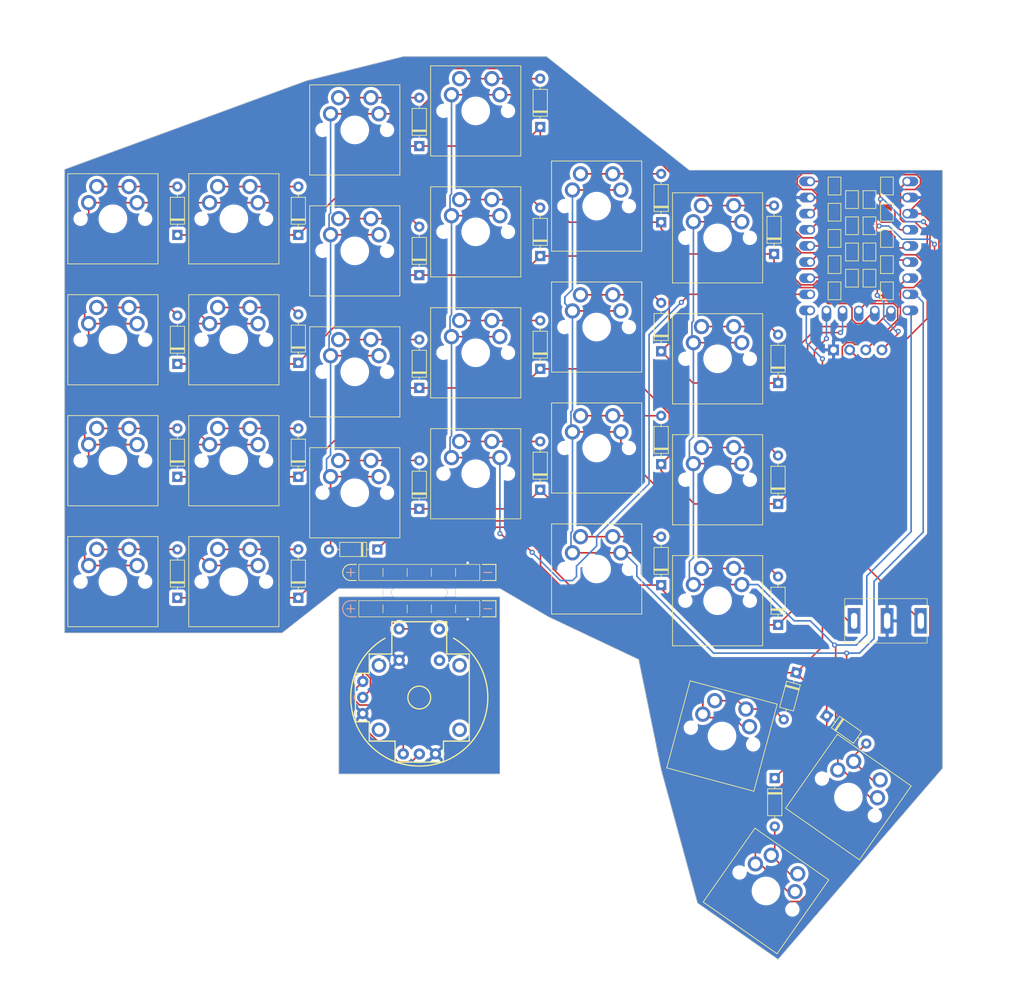
<source format=kicad_pcb>
(kicad_pcb (version 20240108) (generator "pcbnew") (generator_version "8.0")
  (layers (0 "F.Cu" signal) (31 "B.Cu" signal) (34 "B.Paste" user) (35 "F.Paste" user) (36 "B.SilkS" user "B.Silkscreen") (37 "F.SilkS" user "F.Silkscreen") (38 "B.Mask" user) (39 "F.Mask" user) (44 "Edge.Cuts" user))
  (net 0 "")
  (net 1 "GND")
  (net 2 "/JOYY")
  (net 3 "+3.3V")
  (net 4 "/JOYSW")
  (net 5 "/JOYX")
  (net 6 "/ROW3")
  (net 7 "/SCLa")
  (net 8 "/SCLb")
  (net 9 "/SDAa")
  (net 10 "/ROW0")
  (net 11 "/JYa")
  (net 12 "/ROW4")
  (net 13 "/TX")
  (net 14 "/ROW1")
  (net 15 "/JXa")
  (net 16 "/ROW2")
  (net 17 "/JYb")
  (net 18 "/COL5")
  (net 19 "/JXb")
  (net 20 "/COL4")
  (net 21 "Net-(JP2-A)")
  (net 22 "/SDAb")
  (net 23 "Net-(D27-A)")
  (net 24 "/COL2")
  (net 25 "/COL1")
  (net 26 "Net-(D26-A)")
  (net 27 "/COL0")
  (net 28 "Net-(D25-A)")
  (net 29 "Net-(D24-A)")
  (net 30 "Net-(D18-A)")
  (net 31 "Net-(D23-A)")
  (net 32 "Net-(D17-A)")
  (net 33 "Net-(D16-A)")
  (net 34 "/COL3")
  (net 35 "Net-(D11-A)")
  (net 36 "Net-(D21-A)")
  (net 37 "Net-(D15-A)")
  (net 38 "Net-(D20-A)")
  (net 39 "Net-(D14-A)")
  (net 40 "Net-(D19-A)")
  (net 41 "Net-(D13-A)")
  (net 42 "Net-(D12-A)")
  (net 43 "Net-(D10-A)")
  (net 44 "Net-(D9-A)")
  (net 45 "Net-(D8-A)")
  (net 46 "Net-(D7-A)")
  (net 47 "Net-(D6-A)")
  (net 48 "Net-(D5-A)")
  (net 49 "Net-(D4-A)")
  (net 50 "Net-(D3-A)")
  (net 51 "Net-(D2-A)")
  (net 52 "Net-(D1-A)")
  (net 53 "Net-(D22-A)")
  (net 54 "/SCL")
  (net 55 "/SDA")
  (net 56 "+5V")
  (net 57 "Net-(JP1-A)")
  (net 58 "GND_JOY")
  (net 59 "+3.3V_JOY")
  (net 60 "/JOYSWb")
  (net 61 "/JOYYb")
  (net 62 "/JOYXb")
  (footprint "Jumper:SolderJumper-2_P1.3mm_Open_TrianglePad1.0x1.5mm" (layer "F.Cu") (at 179.07 62.6375 90)
    (property "Reference" "JP11" (hide yes))
    (property "Value" "RJumper" (hide yes))
  )
  (footprint "PCM_Switch_Keyboard_Cherry_MX:MX_PCB_Reversible" (layer "F.Cu") (at 57.15 112.57)
    (property "Reference" "SW19")
    (property "Value" "1u MX" (hide yes))
  )
  (footprint "PCM_Switch_Keyboard_Cherry_MX:MX_PCB_Reversible" (layer "F.Cu") (at 114.3 76.52)
    (property "Reference" "SW16")
    (property "Value" "1u MX" (hide yes))
  )
  (footprint "Jumper:SolderJumper-2_P1.3mm_Open_TrianglePad1.0x1.5mm" (layer "F.Cu") (at 173.566666 56.515 90)
    (property "Reference" "JP8" (hide yes))
    (property "Value" "LJumper" (hide yes))
  )
  (footprint "Diode_THT:D_DO-35_SOD27_P7.62mm_Horizontal" (layer "F.Cu") (at 161.29 60.96 90)
    (property "Reference" "D6" (hide yes))
    (property "Value" "1N4148" (hide yes))
  )
  (footprint "PCM_Switch_Keyboard_Cherry_MX:MX_PCB_Reversible" (layer "F.Cu") (at 153.093097 136.885199 -15)
    (property "Reference" "SW25")
    (property "Value" "1u MX" (hide yes))
  )
  (footprint "display:OLED-128x32-cutout" (layer "F.Cu") (at 180.46 74.465 -90)
    (property "Reference" "J4" (hide yes))
    (property "Value" "OLED-128x32")
  )
  (footprint "Jumper:SolderJumper-2_P1.3mm_Open_TrianglePad1.0x1.5mm" (layer "F.Cu") (at 176.318332 52.3875 90)
    (property "Reference" "JP5" (hide yes))
    (property "Value" "RJumper" (hide yes))
  )
  (footprint "Diode_THT:D_DO-35_SOD27_P7.62mm_Horizontal" (layer "F.Cu") (at 124.46 98.11 90)
    (property "Reference" "D22" (hide yes))
    (property "Value" "1N4148" (hide yes))
  )
  (footprint "Diode_THT:D_DO-35_SOD27_P7.62mm_Horizontal" (layer "F.Cu") (at 67.31 96.06 90)
    (property "Reference" "D13" (hide yes))
    (property "Value" "1N4148" (hide yes))
  )
  (footprint "Diode_THT:D_DO-35_SOD27_P7.62mm_Horizontal" (layer "F.Cu") (at 143.51 113.11 90)
    (property "Reference" "D23" (hide yes))
    (property "Value" "1N4148" (hide yes))
  )
  (footprint "PCM_Switch_Keyboard_Cherry_MX:MX_PCB_Reversible" (layer "F.Cu") (at 95.25 60.47)
    (property "Reference" "SW9")
    (property "Value" "1u MX" (hide yes))
  )
  (footprint "keyboard:5_Solder_Pad" (layer "F.Cu") (at 105.41 116.84)
    (property "Reference" "J2" (hide yes))
    (property "Value" "Conn_01x05_Pin" (hide yes))
  )
  (footprint "PCM_Switch_Keyboard_Cherry_MX:MX_PCB_Reversible" (layer "F.Cu") (at 114.3 38.42)
    (property "Reference" "SW4")
    (property "Value" "1u MX" (hide yes))
  )
  (footprint "PCM_Switch_Keyboard_Cherry_MX:MX_PCB_Reversible" (layer "F.Cu") (at 152.4 77.47)
    (property "Reference" "SW12")
    (property "Value" "1u MX" (hide yes))
  )
  (footprint "Jumper:SolderJumper-2_P1.3mm_Open_TrianglePad1.0x1.5mm" (layer "F.Cu") (at 170.815 50.255 90)
    (property "Reference" "JP2" (hide yes))
    (property "Value" "LJumper" (hide yes))
  )
  (footprint "PCM_Switch_Keyboard_Cherry_MX:MX_PCB_Reversible" (layer "F.Cu") (at 76.2 55.42)
    (property "Reference" "SW2")
    (property "Value" "1u MX" (hide yes))
  )
  (footprint "Diode_THT:D_DO-35_SOD27_P7.62mm_Horizontal" (layer "F.Cu") (at 86.36 115.11 90)
    (property "Reference" "D20" (hide yes))
    (property "Value" "1N4148" (hide yes))
  )
  (footprint "Jumper:SolderJumper-2_P1.3mm_Open_TrianglePad1.0x1.5mm" (layer "F.Cu") (at 176.318332 56.515 90)
    (property "Reference" "JP9" (hide yes))
    (property "Value" "RJumper" (hide yes))
  )
  (footprint "Diode_THT:D_DO-35_SOD27_P7.62mm_Horizontal" (layer "F.Cu") (at 124.46 61.28 90)
    (property "Reference" "D10" (hide yes))
    (property "Value" "1N4148" (hide yes))
  )
  (footprint "Jumper:SolderJumper-2_P1.3mm_Open_TrianglePad1.0x1.5mm" (layer "F.Cu") (at 179.07 54.3825 90)
    (property "Reference" "JP3" (hide yes))
    (property "Value" "RJumper" (hide yes))
  )
  (footprint "Jumper:SolderJumper-2_P1.3mm_Open_TrianglePad1.0x1.5mm" (layer "F.Cu") (at 170.815 58.51 90)
    (property "Reference" "JP10" (hide yes))
    (property "Value" "LJumper" (hide yes))
  )
  (footprint "Diode_THT:D_DO-35_SOD27_P7.62mm_Horizontal" (layer "F.Cu") (at 67.31 57.96 90)
    (property "Reference" "D1" (hide yes))
    (property "Value" "1N4148" (hide yes))
  )
  (footprint "Diode_THT:D_DO-35_SOD27_P7.62mm_Horizontal" (layer "F.Cu") (at 105.41 43.96 90)
    (property "Reference" "D3" (hide yes))
    (property "Value" "1N4148" (hide yes))
  )
  (footprint "Diode_THT:D_DO-35_SOD27_P7.62mm_Horizontal" (layer "F.Cu") (at 98.81 107.5 180)
    (property "Reference" "D28" (hide yes))
    (property "Value" "1N4148" (hide yes))
  )
  (footprint "PCM_Switch_Keyboard_Cherry_MX:MX_PCB_Reversible" (layer "F.Cu") (at 160.02 161.29 -35)
    (property "Reference" "SW27")
    (property "Value" "1u MX" (hide yes))
  )
  (footprint "mcu:rp2040-zero-tht" (layer "F.Cu") (at 174.625 59.69)
    (property "Reference" "U1" (hide yes))
    (property "Value" "rp2040-zero" (hide yes))
  )
  (footprint "PCM_Switch_Keyboard_Cherry_MX:MX_PCB_Reversible" (layer "F.Cu") (at 95.25 79.52)
    (property "Reference" "SW15")
    (property "Value" "1u MX" (hide yes))
  )
  (footprint "Diode_THT:D_DO-35_SOD27_P7.62mm_Horizontal" (layer "F.Cu") (at 86.36 78.105 90)
    (property "Reference" "D8" (hide yes))
    (property "Value" "1N4148" (hide yes))
  )
  (footprint "Diode_THT:D_DO-35_SOD27_P7.62mm_Horizontal" (layer "F.Cu") (at 161.925 100.33 90)
    (property "Reference" "D18" (hide yes))
    (property "Value" "1N4148" (hide yes))
  )
  (footprint "Diode_THT:D_DO-35_SOD27_P7.62mm_Horizontal" (layer "F.Cu") (at 67.31 78.28 90)
    (property "Reference" "D7" (hide yes))
    (property "Value" "1N4148" (hide yes))
  )
  (footprint "Jumper:SolderJumper-2_P1.3mm_Open_TrianglePad1.0x1.5mm" (layer "F.Cu") (at 179.07 50.255 90)
    (property "Reference" "JP1" (hide yes))
    (property "Value" "RJumper" (hide yes))
  )
  (footprint "keyboard:5_Solder_Pad" (layer "F.Cu") (at 105.41 111.125)
    (property "Reference" "J3" (hide yes))
    (property "Value" "Conn_01x05_Socket" (hide yes))
  )
  (footprint "Diode_THT:D_DO-35_SOD27_P7.62mm_Horizontal" (layer "F.Cu") (at 124.46 40.96 90)
    (property "Reference" "D4" (hide yes))
    (property "Value" "1N4148" (hide yes))
  )
  (footprint "Diode_THT:D_DO-35_SOD27_P7.62mm_Horizontal" (layer "F.Cu") (at 164.786101 126.919822 -105)
    (property "Reference" "D25" (hide yes))
    (property "Value" "1N4148" (hide yes))
  )
  (footprint "PCM_Switch_Keyboard_Cherry_MX:MX_PCB_Reversible" (layer "F.Cu") (at 95.25 98.57)
    (property "Reference" "SW21")
    (property "Value" "1u MX" (hide yes))
  )
  (footprint "Jumper:SolderJumper-2_P1.3mm_Open_TrianglePad1.0x1.5mm" (layer "F.Cu") (at 170.815 66.765 90)
    (property "Reference" "JP18" (hide yes))
    (property "Value" "LJumper" (hide yes))
  )
  (footprint "PCM_Switch_Keyboard_Cherry_MX:MX_PCB_Reversible" (layer "F.Cu") (at 76.2 93.52)
    (property "Reference" "SW14")
    (property "Value" "1u MX" (hide yes))
  )
  (footprint "PCM_Switch_Keyboard_Cherry_MX:MX_PCB_Reversible" (layer "F.Cu") (at 133.35 110.57)
    (property "Reference" "SW23")
    (property "Value" "1u MX" (hide yes))
  )
  (footprint "ps4_joystick:PS4_joystick" (layer "F.Cu") (at 105.41 130.8248)
    (property "Reference" "U2" (hide yes))
    (property "Value" "PS4 Joystick" (hide yes))
  )
  (footprint "Diode_THT:D_DO-35_SOD27_P7.62mm_Horizontal" (layer "F.Cu") (at 143.51 55.96 90)
    (property "Reference" "D5" (hide yes))
    (property "Value" "1N4148" (hide yes))
  )
  (footprint "Jumper:SolderJumper-2_P1.3mm_Open_TrianglePad1.0x1.5mm" (layer "F.Cu") (at 173.566666 52.3875 90)
    (property "Reference" "JP4" (hide yes))
    (property "Value" "LJumper" (hide yes))
  )
  (footprint "PCM_Switch_Keyboard_Cherry_MX:MX_PCB_Reversible" (layer "F.Cu") (at 57.15 93.52)
    (property "Reference" "SW13")
    (property "Value" "1u MX" (hide yes))
  )
  (footprint "Jumper:SolderJumper-2_P1.3mm_Open_TrianglePad1.0x1.5mm" (layer "F.Cu") (at 179.07 66.765 90)
    (property "Reference" "JP15" (hide yes))
    (property "Value" "RJumper" (hide yes))
  )
  (footprint "Diode_THT:D_DO-35_SOD27_P7.62mm_Horizontal" (layer "F.Cu") (at 105.41 82.06 90)
    (property "Reference" "D15" (hide yes))
    (property "Value" "1N4148" (hide yes))
  )
  (footprint "PCM_Switch_Keyboard_Cherry_MX:MX_PCB_Reversible" (layer "F.Cu") (at 114.3 57.47)
    (property "Reference" "SW10")
    (property "Value" "1u MX" (hide yes))
  )
  (footprint "Diode_THT:D_DO-35_SOD27_P7.62mm_Horizontal" (layer "F.Cu") (at 105.41 101.11 90)
    (property "Reference" "D21" (hide yes))
    (property "Value" "1N4148" (hide yes))
  )
  (footprint "PCM_Switch_Keyboard_Cherry_MX:MX_PCB_Reversible" (layer "F.Cu") (at 152.4 58.42)
    (property "Reference" "SW6")
    (property "Value" "1u MX" (hide yes))
  )
  (footprint "Jumper:SolderJumper-2_P1.3mm_Open_TrianglePad1.0x1.5mm" (layer "F.Cu") (at 170.815 54.3825 90)
    (property "Reference" "JP6" (hide yes))
    (property "Value" "LJumper" (hide yes))
  )
  (footprint "Jumper:SolderJumper-2_P1.3mm_Open_TrianglePad1.0x1.5mm" (layer "F.Cu") (at 173.566666 60.6425 90)
    (property "Reference" "JP12" (hide yes))
    (property "Value" "LJumper" (hide yes))
  )
  (footprint "PCM_Switch_Keyboard_Cherry_MX:MX_PCB_Reversible" (layer "F.Cu") (at 114.3 95.57)
    (property "Reference" "SW22")
    (property "Value" "1u MX" (hide yes))
  )
  (footprint "Diode_THT:D_DO-35_SOD27_P7.62mm_Horizontal" (layer "F.Cu") (at 161.4 143.51 -90)
    (property "Reference" "D27" (hide yes))
    (property "Value" "1N4148" (hide yes))
  )
  (footprint "PCM_Switch_Keyboard_Cherry_MX:MX_PCB_Reversible" (layer "F.Cu") (at 152.4 115.57)
    (property "Reference" "SW24")
    (property "Value" "1u MX" (hide yes))
  )
  (footprint "Jumper:SolderJumper-2_P1.3mm_Open_TrianglePad1.0x1.5mm" (layer "F.Cu") (at 173.566666 64.77 90)
    (property "Reference" "JP16" (hide yes))
    (property "Value" "LJumper" (hide yes))
  )
  (footprint "Diode_THT:D_DO-35_SOD27_P7.62mm_Horizontal" (layer "F.Cu") (at 86.36 57.96 90)
    (property "Reference" "D2" (hide yes))
    (property "Value" "1N4148" (hide yes))
  )
  (footprint "PCM_Switch_Keyboard_Cherry_MX:MX_PCB_Reversible" (layer "F.Cu") (at 133.35 53.42)
    (property "Reference" "SW5")
    (property "Value" "1u MX" (hide yes))
  )
  (footprint "PCM_Switch_Keyboard_Cherry_MX:MX_PCB_Reversible" (layer "F.Cu") (at 76.2 112.57)
    (property "Reference" "SW20")
    (property "Value" "1u MX" (hide yes))
  )
  (footprint "Jumper:SolderJumper-2_P1.3mm_Open_TrianglePad1.0x1.5mm" (layer "F.Cu") (at 176.318332 64.77 90)
    (property "Reference" "JP17" (hide yes))
    (property "Value" "RJumper" (hide yes))
  )
  (footprint "Diode_THT:D_DO-35_SOD27_P7.62mm_Horizontal" (layer "F.Cu") (at 169.579031 133.714674 -35)
    (property "Reference" "D26" (hide yes))
    (property "Value" "1N4148" (hide yes))
  )
  (footprint "Diode_THT:D_DO-35_SOD27_P7.62mm_Horizontal" (layer "F.Cu") (at 143.51 94.06 90)
    (property "Reference" "D17" (hide yes))
    (property "Value" "1N4148" (hide yes))
  )
  (footprint "PCM_Switch_Keyboard_Cherry_MX:MX_PCB_Reversible" (layer "F.Cu") (at 133.35 91.52)
    (property "Reference" "SW17")
    (property "Value" "1u MX" (hide yes))
  )
  (footprint "Diode_THT:D_DO-35_SOD27_P7.62mm_Horizontal" (layer "F.Cu") (at 67.31 115.11 90)
    (property "Reference" "D19" (hide yes))
    (property "Value" "1N4148" (hide yes))
  )
  (footprint "Diode_THT:D_DO-35_SOD27_P7.62mm_Horizontal" (layer "F.Cu") (at 86.36 96.06 90)
    (property "Reference" "D14" (hide yes))
    (property "Value" "1N4148" (hide yes))
  )
  (footprint "PCM_Switch_Keyboard_Cherry_MX:MX_PCB_Reversible" (layer "F.Cu") (at 95.25 41.42)
    (property "Reference" "SW3")
    (property "Value" "1u MX" (hide yes))
  )
  (footprint "PCM_Switch_Keyboard_Cherry_MX:MX_PCB_Reversible" (layer "F.Cu") (at 173 146.5 -35)
    (property "Reference" "SW26")
    (property "Value" "1u MX" (hide yes))
  )
  (footprint "Jumper:SolderJumper-2_P1.3mm_Open_TrianglePad1.0x1.5mm" (layer "F.Cu") (at 170.815 62.6375 90)
    (property "Reference" "JP14" (hide yes))
    (property "Value" "LJumper" (hide yes))
  )
  (footprint "Jumper:SolderJumper-2_P1.3mm_Open_TrianglePad1.0x1.5mm" (layer "F.Cu") (at 176.318332 60.6425 90)
    (property "Reference" "JP13" (hide yes))
    (property "Value" "RJumper" (hide yes))
  )
  (footprint "Jumper:SolderJumper-2_P1.3mm_Open_TrianglePad1.0x1.5mm" (layer "F.Cu") (at 179.07 58.51 90)
    (property "Reference" "JP7" (hide yes))
    (property "Value" "RJumper" (hide yes))
  )
  (footprint "PCM_Switch_Keyboard_Cherry_MX:MX_PCB_Reversible" (layer "F.Cu") (at 76.2 74.47)
    (property "Reference" "SW8")
    (property "Value" "1u MX" (hide yes))
  )
  (footprint "Diode_THT:D_DO-35_SOD27_P7.62mm_Horizontal" (layer "F.Cu") (at 143.51 76.28 90)
    (property "Reference" "D11" (hide yes))
    (property "Value" "1N4148" (hide yes))
  )
  (footprint "PCM_Switch_Keyboard_Cherry_MX:MX_PCB_Reversible" (layer "F.Cu") (at 133.35 72.47)
    (property "Reference" "SW11")
    (property "Value" "1u MX" (hide yes))
  )
  (footprint "Diode_THT:D_DO-35_SOD27_P7.62mm_Horizontal" (layer "F.Cu") (at 161.925 119.38 90)
    (property "Reference" "D24" (hide yes))
    (property "Value" "1N4148" (hide yes))
  )
  (footprint "Diode_THT:D_DO-35_SOD27_P7.62mm_Horizontal" (layer "F.Cu") (at 124.46 79.06 90)
    (property "Reference" "D16" (hide yes))
    (property "Value" "1N4148" (hide yes))
  )
  (footprint "PCM_Switch_Keyboard_Cherry_MX:MX_PCB_Reversible" (layer "F.Cu") (at 57.15 74.47)
    (property "Reference" "SW7")
    (property "Value" "1u MX" (hide yes))
  )
  (footprint "keyboard:PJ316 TRS" (layer "F.Cu") (at 179.204001 118.745 -90)
    (property "Reference" "J1" (hide yes))
    (property "Value" "~" (hide yes))
  )
  (footprint "Diode_THT:D_DO-35_SOD27_P7.62mm_Horizontal" (layer "F.Cu") (at 161.925 81.28 90)
    (property "Reference" "D12" (hide yes))
    (property "Value" "1N4148" (hide yes))
  )
  (footprint "Diode_THT:D_DO-35_SOD27_P7.62mm_Horizontal" (layer "F.Cu") (at 105.41 64.28 90)
    (property "Reference" "D9" (hide yes))
    (property "Value" "1N4148" (hide yes))
  )
  (footprint "PCM_Switch_Keyboard_Cherry_MX:MX_PCB_Reversible" (layer "F.Cu") (at 152.4 96.52)
    (property "Reference" "SW18")
    (property "Value" "1u MX" (hide yes))
  )
  (footprint "PCM_Switch_Keyboard_Cherry_MX:MX_PCB_Reversible" (layer "F.Cu") (at 57.15 55.42)
    (property "Reference" "SW1")
    (property "Value" "1u MX" (hide yes))
  )
  (gr_line (start 93.98 111.125) (end 95.25 111.125) (stroke (width 0.15)) (layer "B.SilkS"))
  (gr_arc (start 94.615 118.11) (mid 93.345 116.84) (end 94.615 115.57) (stroke (width 0.15)) (layer "B.SilkS"))
  (gr_line (start 93.98 116.84) (end 95.25 116.84) (stroke (width 0.15)) (layer "B.SilkS"))
  (gr_line (start 95.504 115.57) (end 94.615 115.57) (stroke (width 0.15)) (layer "B.SilkS"))
  (gr_line (start 94.615 110.49) (end 94.615 111.76) (stroke (width 0.15)) (layer "B.SilkS"))
  (gr_line (start 115.575 111.116248) (end 116.845 111.116248) (stroke (width 0.15)) (layer "B.SilkS"))
  (gr_line (start 115.57 116.84) (end 116.84 116.84) (stroke (width 0.15)) (layer "B.SilkS"))
  (gr_line (start 95.504 118.11) (end 94.615 118.11) (stroke (width 0.15)) (layer "B.SilkS"))
  (gr_line (start 94.615 116.205) (end 94.615 117.475) (stroke (width 0.15)) (layer "B.SilkS"))
  (gr_line (start 95.504 109.855) (end 94.615 109.855) (stroke (width 0.15)) (layer "F.SilkS"))
  (gr_line (start 117.475 109.855) (end 115.316 109.855) (stroke (width 0.15)) (layer "F.SilkS"))
  (gr_line (start 117.475 118.11) (end 117.475 115.57) (stroke (width 0.15)) (layer "F.SilkS"))
  (gr_line (start 117.475 112.395) (end 117.475 109.855) (stroke (width 0.15)) (layer "F.SilkS"))
  (gr_arc (start 94.615 112.395) (mid 93.345 111.125) (end 94.615 109.855) (stroke (width 0.15)) (layer "F.SilkS"))
  (gr_line (start 95.504 112.395) (end 94.615 112.395) (stroke (width 0.15)) (layer "F.SilkS"))
  (gr_line (start 117.475 115.57) (end 115.316 115.57) (stroke (width 0.15)) (layer "F.SilkS"))
  (gr_line (start 115.316 118.11) (end 117.475 118.11) (stroke (width 0.15)) (layer "F.SilkS"))
  (gr_line (start 115.316 112.395) (end 117.475 112.395) (stroke (width 0.15)) (layer "F.SilkS"))
  (gr_arc (start 109.855 114.3) (mid 109.669013 114.749013) (end 109.22 114.935) (stroke (width 0.1)) (layer "Edge.Cuts"))
  (gr_arc (start 100.965 114.3) (mid 101.150987 113.850987) (end 101.6 113.665) (stroke (width 0.1)) (layer "Edge.Cuts"))
  (gr_arc (start 109.22 113.665) (mid 109.669013 113.850987) (end 109.855 114.3) (stroke (width 0.1)) (layer "Edge.Cuts"))
  (gr_line (start 101.6 113.665) (end 109.22 113.665) (stroke (width 0.1)) (layer "Edge.Cuts"))
  (gr_arc (start 101.6 114.935) (mid 101.150987 114.749013) (end 100.965 114.3) (stroke (width 0.1)) (layer "Edge.Cuts"))
  (gr_poly (pts (xy 187.833 47.752) (xy 187.833 141.986) (xy 161.925 172.085) (xy 149.225 163.195) (xy 143.51 142.24) (xy 139.954 124.841) (xy 125.73 118.11) (xy 118.11 113.665) (xy 111.125 113.665) (xy 111.125 114.935) (xy 118.11 114.935) (xy 118.11 142.875) (xy 92.71 142.875) (xy 92.71 114.935) (xy 99.695 114.935) (xy 99.695 113.665) (xy 92.71 113.665) (xy 83.82 120.65) (xy 49.53 120.65) (xy 49.53 47.625) (xy 87.63 33.655) (xy 102.87 29.845) (xy 125.476 29.845) (xy 147.955 47.752)) (stroke (width 0.1)) (fill none) (layer "Edge.Cuts"))
  (gr_line (start 109.22 114.935) (end 101.6 114.935) (stroke (width 0.1)) (layer "Edge.Cuts"))
  (segment (start 113.03 109.601) (end 113.03 111.125) (width 0.25) (layer "F.Cu") (net 1))
  (via (at 113.03 109.601) (size 0.8) (drill 0.4) (layers "F.Cu" "B.Cu") (net 1))
  (segment (start 163.663525 162.953768) (end 165.38906 162.953768) (width 0.25) (layer "F.Cu") (net 2))
  (segment (start 177.205024 50.8325) (end 177.398332 51.025808) (width 0.25) (layer "F.Cu") (net 2))
  (segment (start 151 158) (end 158 165) (width 0.25) (layer "F.Cu") (net 2))
  (segment (start 177.398332 51.025808) (end 177.398332 51.033332) (width 0.25) (layer "F.Cu") (net 2))
  (segment (start 185.85 136.73) (end 185.85 56.945) (width 0.25) (layer "F.Cu") (net 2))
  (segment (start 175.43164 50.8325) (end 177.205024 50.8325) (width 0.25) (layer "F.Cu") (net 2))
  (segment (start 174.646666 51.617474) (end 175.43164 50.8325) (width 0.25) (layer "F.Cu") (net 2))
  (segment (start 106.715 112.43) (end 124.368 112.43) (width 0.25) (layer "F.Cu") (net 2))
  (segment (start 151 142.5) (end 151 158) (width 0.25) (layer "F.Cu") (net 2))
  (segment (start 124.368 112.43) (end 127.938 116) (width 0.25) (layer "F.Cu") (net 2))
  (segment (start 127.938 116) (end 135.5 116) (width 0.25) (layer "F.Cu") (net 2))
  (segment (start 177.398332 51.033332) (end 177.99 51.625) (width 0.25) (layer "F.Cu") (net 2))
  (segment (start 178.054 52.324) (end 177.99 52.388) (width 0.25) (layer "F.Cu") (net 2))
  (segment (start 173.566666 53.1125) (end 174.321666 53.1125) (width 0.25) (layer "F.Cu") (net 2))
  (segment (start 180.086 142.494) (end 185.85 136.73) (width 0.25) (layer "F.Cu") (net 2))
  (segment (start 177.99 51.625) (end 177.99 52.26) (width 0.25) (layer "F.Cu") (net 2))
  (segment (start 177.99 54.472184) (end 178.625316 55.1075) (width 0.25) (layer "F.Cu") (net 2))
  (segment (start 165.38906 162.953768) (end 180.086 148.256828) (width 0.25) (layer "F.Cu") (net 2))
  (segment (start 185.85 56.945) (end 184.785 55.88) (width 0.25) (layer "F.Cu") (net 2))
  (segment (start 105.41 111.125) (end 106.715 112.43) (width 0.25) (layer "F.Cu") (net 2))
  (segment (start 158 165) (end 161.617293 165) (width 0.25) (layer "F.Cu") (net 2))
  (segment (start 146 126.5) (end 146 137.5) (width 0.25) (layer "F.Cu") (net 2))
  (segment (start 174.646666 52.7875) (end 174.646666 51.617474) (width 0.25) (layer "F.Cu") (net 2))
  (segment (start 177.99 52.26) (end 178.054 52.324) (width 0.25) (layer "F.Cu") (net 2))
  (segment (start 161.617293 165) (end 163.663525 162.953768) (width 0.25) (layer "F.Cu") (net 2))
  (segment (start 178.625316 55.1075) (end 179.07 55.1075) (width 0.25) (layer "F.Cu") (net 2))
  (segment (start 177.99 52.388) (end 177.99 54.472184) (width 0.25) (layer "F.Cu") (net 2))
  (segment (start 146 137.5) (end 151 142.5) (width 0.25) (layer "F.Cu") (net 2))
  (segment (start 135.5 116) (end 146 126.5) (width 0.25) (layer "F.Cu") (net 2))
  (segment (start 180.086 148.256828) (end 180.086 142.494) (width 0.25) (layer "F.Cu") (net 2))
  (segment (start 174.321666 53.1125) (end 174.646666 52.7875) (width 0.25) (layer "F.Cu") (net 2))
  (via (at 184.836519 55.872772) (size 0.8) (drill 0.4) (layers "F.Cu" "B.Cu") (net 2))
  (via (at 178.054 52.324) (size 0.8) (drill 0.4) (layers "F.Cu" "B.Cu") (net 2))
  (segment (start 178.467005 52.324) (end 182.015777 55.872772) (width 0.25) (layer "B.Cu") (net 2))
  (segment (start 182.015777 55.872772) (end 184.836519 55.872772) (width 0.25) (layer "B.Cu") (net 2))
  (segment (start 178.054 52.324) (end 178.467005 52.324) (width 0.25) (layer "B.Cu") (net 2))
  (segment (start 144 138.2615) (end 149 143.2615) (width 0.25) (layer "F.Cu") (net 3))
  (segment (start 181.356 148.59) (end 181.356 143.002) (width 0.25) (layer "F.Cu") (net 3))
  (segment (start 187.26 137.098) (end 187.26 57.212) (width 0.25) (layer "F.Cu") (net 3))
  (segment (start 127.398 118) (end 134.5 118) (width 0.25) (layer "F.Cu") (net 3))
  (segment (start 164.93 49.08472) (end 165.75472 48.26) (width 0.25) (layer "F.Cu") (net 3))
  (segment (start 167.005 54.61) (end 167.825 53.79) (width 0.25) (layer "F.Cu") (net 3))
  (segment (start 164 167.5) (end 168.5 163) (width 0.25) (layer "F.Cu") (net 3))
  (segment (start 184.658 54.61) (end 182.245 54.61) (width 0.25) (layer "F.Cu") (net 3))
  (segment (start 167.825 53.79) (end 167.825 53.153604) (width 0.25) (layer "F.Cu") (net 3))
  (segment (start 181.001888 48.26) (end 181.216888 48.045) (width 0.25) (layer "F.Cu") (net 3))
  (segment (start 168.08 52.898604) (end 168.08 51.62472) (width 0.25) (layer "F.Cu") (net 3))
  (segment (start 168.08 51.62472) (end 167.25528 50.8) (width 0.25) (layer "F.Cu") (net 3))
  (segment (start 144 127.5) (end 144 138.2615) (width 0.25) (layer "F.Cu") (net 3))
  (segment (start 181.216888 48.045) (end 183.935 48.045) (width 0.25) (layer "F.Cu") (net 3))
  (segment (start 181.356 143.002) (end 187.26 137.098) (width 0.25) (layer "F.Cu") (net 3))
  (segment (start 167.825 53.153604) (end 168.08 52.898604) (width 0.25) (layer "F.Cu") (net 3))
  (segment (start 149 143.2615) (end 149 159.5) (width 0.25) (layer "F.Cu") (net 3))
  (segment (start 122.688 113.29) (end 127.398 118) (width 0.25) (layer "F.Cu") (net 3))
  (segment (start 168.5 161.446) (end 181.356 148.59) (width 0.25) (layer "F.Cu") (net 3))
  (segment (start 149 159.5) (end 157 167.5) (width 0.25) (layer "F.Cu") (net 3))
  (segment (start 187.26 57.212) (end 184.658 54.61) (width 0.25) (layer "F.Cu") (net 3))
  (segment (start 97.79 111.125) (end 99.955 113.29) (width 0.25) (layer "F.Cu") (net 3))
  (segment (start 168.5 163) (end 168.5 161.446) (width 0.25) (layer "F.Cu") (net 3))
  (segment (start 184.785 48.895) (end 184.785 52.07) (width 0.25) (layer "F.Cu") (net 3))
  (segment (start 183.935 48.045) (end 184.785 48.895) (width 0.25) (layer "F.Cu") (net 3))
  (segment (start 157 167.5) (end 164 167.5) (width 0.25) (layer "F.Cu") (net 3))
  (segment (start 165.75472 50.8) (end 164.93 49.97528) (width 0.25) (layer "F.Cu") (net 3))
  (segment (start 167.25528 50.8) (end 165.75472 50.8) (width 0.25) (layer "F.Cu") (net 3))
  (segment (start 99.955 113.29) (end 122.688 113.29) (width 0.25) (layer "F.Cu") (net 3))
  (segment (start 134.5 118) (end 144 127.5) (width 0.25) (layer "F.Cu") (net 3))
  (segment (start 164.93 49.97528) (end 164.93 49.08472) (width 0.25) (layer "F.Cu") (net 3))
  (segment (start 184.785 52.07) (end 182.245 54.61) (width 0.25) (layer "F.Cu") (net 3))
  (segment (start 165.75472 48.26) (end 181.001888 48.26) (width 0.25) (layer "F.Cu") (net 3))
  (segment (start 147.955 67.31) (end 167.005 67.31) (width 0.25) (layer "F.Cu") (net 4))
  (segment (start 146.685 68.58) (end 147.955 67.31) (width 0.25) (layer "F.Cu") (net 4))
  (segment (start 116.345 104) (end 109.22 111.125) (width 0.25) (layer "F.Cu") (net 4))
  (segment (start 119.24 104) (end 116.345 104) (width 0.25) (layer "F.Cu") (net 4))
  (segment (start 123.19 107.95) (end 119.24 104) (width 0.25) (layer "F.Cu") (net 4))
  (via (at 123.19 107.95) (size 0.8) (drill 0.4) (layers "F.Cu" "B.Cu") (net 4))
  (via (at 146.685 68.58) (size 0.8) (drill 0.4) (layers "F.Cu" "B.Cu") (net 4))
  (segment (start 129.54 112.395) (end 130.175 111.76) (width 0.25) (layer "B.Cu") (net 4))
  (segment (start 141.605 97.155) (end 141.605 73.66) (width 0.25) (layer "B.Cu") (net 4))
  (segment (start 133.35 105.41) (end 141.605 97.155) (width 0.25) (layer "B.Cu") (net 4))
  (segment (start 127.635 112.395) (end 129.54 112.395) (width 0.25) (layer "B.Cu") (net 4))
  (segment (start 141.605 73.66) (end 146.685 68.58) (width 0.25) (layer "B.Cu") (net 4))
  (segment (start 130.175 111.76) (end 130.175 110.120622) (width 0.25) (layer "B.Cu") (net 4))
  (segment (start 133.35 106.945622) (end 133.35 105.41) (width 0.25) (layer "B.Cu") (net 4))
  (segment (start 123.19 107.95) (end 127.635 112.395) (width 0.25) (layer "B.Cu") (net 4))
  (segment (start 130.175 110.120622) (end 133.35 106.945622) (width 0.25) (layer "B.Cu") (net 4))
  (segment (start 173.566666 57.24) (end 173.983358 57.24) (width 0.25) (layer "F.Cu") (net 5))
  (segment (start 123.401 112.86) (end 104.499286 112.86) (width 0.25) (layer "F.Cu") (net 5))
  (segment (start 104.499286 112.86) (end 102.764286 111.125) (width 0.25) (layer "F.Cu") (net 5))
  (segment (start 157.5 166.5) (end 150 159) (width 0.25) (layer "F.Cu") (net 5))
  (segment (start 167.5 161.684) (end 167.5 163) (width 0.25) (layer "F.Cu") (net 5))
  (segment (start 177.398332 57.876692) (end 177.346735 57.928289) (width 0.25) (layer "F.Cu") (net 5))
  (segment (start 186.555 59.436) (end 186.436 59.436) (width 0.25) (layer "F.Cu") (net 5))
  (segment (start 167.5 163) (end 164 166.5) (width 0.25) (layer "F.Cu") (net 5))
  (segment (start 177.346735 57.928289) (end 178.653446 59.235) (width 0.25) (layer "F.Cu") (net 5))
  (segment (start 177.398332 55.153308) (end 177.398332 56.576692) (width 0.25) (layer "F.Cu") (net 5))
  (segment (start 177.205024 54.96) (end 177.398332 55.153308) (width 0.25) (layer "F.Cu") (net 5))
  (segment (start 174.646666 56.576692) (end 174.646666 55.744974) (width 0.25) (layer "F.Cu") (net 5))
  (segment (start 164 166.5) (end 157.5 166.5) (width 0.25) (layer "F.Cu") (net 5))
  (segment (start 186.563 136.906) (end 180.721 142.748) (width 0.25) (layer "F.Cu") (net 5))
  (segment (start 127.541 117) (end 123.401 112.86) (width 0.25) (layer "F.Cu") (net 5))
  (segment (start 177.834679 56.550268) (end 177.7815 56.603447) (width 0.25) (layer "F.Cu") (net 5))
  (segment (start 178.653446 59.235) (end 179.07 59.235) (width 0.25) (layer "F.Cu") (net 5))
  (segment (start 177.398332 56.603447) (end 177.398332 57.876692) (width 0.25) (layer "F.Cu") (net 5))
  (segment (start 177.398332 56.576692) (end 177.384954 56.59007) (width 0.25) (layer "F.Cu") (net 5))
  (segment (start 186.555 59.436) (end 186.563 59.444) (width 0.25) (layer "F.Cu") (net 5))
  (segment (start 150 159) (end 150 142.7535) (width 0.25) (layer "F.Cu") (net 5))
  (segment (start 177.384954 56.59007) (end 177.398332 56.603447) (width 0.25) (layer "F.Cu") (net 5))
  (segment (start 174.646666 55.744974) (end 175.43164 54.96) (width 0.25) (layer "F.Cu") (net 5))
  (segment (start 175.43164 54.96) (end 177.205024 54.96) (width 0.25) (layer "F.Cu") (net 5))
  (segment (start 173.983358 57.24) (end 174.646666 56.576692) (width 0.25) (layer "F.Cu") (net 5))
  (segment (start 180.721 142.748) (end 180.721 148.463) (width 0.25) (layer "F.Cu") (net 5))
  (segment (start 135 117) (end 127.541 117) (width 0.25) (layer "F.Cu") (net 5))
  (segment (start 145 137.7535) (end 145 127) (width 0.25) (layer "F.Cu") (net 5))
  (segment (start 145 127) (end 135 117) (width 0.25) (layer "F.Cu") (net 5))
  (segment (start 150 142.7535) (end 145 137.7535) (width 0.25) (layer "F.Cu") (net 5))
  (segment (start 186.563 59.444) (end 186.563 136.906) (width 0.25) (layer "F.Cu") (net 5))
  (segment (start 177.7815 56.603447) (end 177.398332 56.603447) (width 0.25) (layer "F.Cu") (net 5))
  (segment (start 180.721 148.463) (end 167.5 161.684) (width 0.25) (layer "F.Cu") (net 5))
  (segment (start 102.764286 111.125) (end 101.6 111.125) (width 0.25) (layer "F.Cu") (net 5))
  (via (at 186.555 59.436) (size 0.8) (drill 0.4) (layers "F.Cu" "B.Cu") (net 5))
  (via (at 177.834679 56.550268) (size 0.8) (drill 0.4) (layers "F.Cu" "B.Cu") (net 5))
  (segment (start 181.444 58.635) (end 179.359268 56.550268) (width 0.25) (layer "B.Cu") (net 5))
  (segment (start 179.359268 56.550268) (end 177.834679 56.550268) (width 0.25) (layer "B.Cu") (net 5))
  (segment (start 177.834679 56.550268) (end 177.869947 56.515) (width 0.25) (layer "B.Cu") (net 5))
  (segment (start 185.754 58.635) (end 181.444 58.635) (width 0.25) (layer "B.Cu") (net 5))
  (segment (start 186.555 59.436) (end 185.754 58.635) (width 0.25) (layer "B.Cu") (net 5))
  (segment (start 177.869947 56.515) (end 177.927 56.515) (width 0.25) (layer "B.Cu") (net 5))
  (segment (start 169.545 74.295) (end 167.64 76.2) (width 0.25) (layer "F.Cu") (net 6))
  (segment (start 67.31 115.11) (end 86.36 115.11) (width 0.25) (layer "F.Cu") (net 6))
  (segment (start 167.64 113.665) (end 161.925 119.38) (width 0.25) (layer "F.Cu") (net 6))
  (segment (start 105.41 101.11) (end 121.46 101.11) (width 0.25) (layer "F.Cu") (net 6))
  (segment (start 126.5 100.15) (end 126.5 110.567766) (width 0.25) (layer "F.Cu") (net 6))
  (segment (start 149.225 119.38) (end 161.925 119.38) (width 0.25) (layer "F.Cu") (net 6))
  (segment (start 124.46 98.11) (end 126.5 100.15) (width 0.25) (layer "F.Cu") (net 6))
  (segment (start 100.36 101.11) (end 105.41 101.11) (width 0.25) (layer "F.Cu") (net 6))
  (segment (start 126.5 110.567766) (end 129.042234 113.11) (width 0.25) (layer "F.Cu") (net 6))
  (segment (start 143.51 113.11) (end 143.51 113.665) (width 0.25) (layer "F.Cu") (net 6))
  (segment (start 129.042234 113.11) (end 143.51 113.11) (width 0.25) (layer "F.Cu") (net 6))
  (segment (start 167.64 76.2) (end 167.64 113.665) (width 0.25) (layer "F.Cu") (net 6))
  (segment (start 143.51 113.665) (end 149.225 119.38) (width 0.25) (layer "F.Cu") (net 6))
  (segment (start 121.46 101.11) (end 124.46 98.11) (width 0.25) (layer "F.Cu") (net 6))
  (segment (start 86.36 115.11) (end 100.36 101.11) (width 0.25) (layer "F.Cu") (net 6))
  (via (at 169.545 74.295) (size 0.8) (drill 0.4) (layers "F.Cu" "B.Cu") (net 6))
  (segment (start 169.545 74.295) (end 169.545 69.85) (width 0.25) (layer "B.Cu") (net 6))
  (segment (start 172.486666 60.2425) (end 172.486666 62.004192) (width 0.25) (layer "F.Cu") (net 7))
  (segment (start 172.811666 59.9175) (end 172.214166 60.515) (width 0.25) (layer "F.Cu") (net 7))
  (segment (start 173.566666 59.9175) (end 172.811666 59.9175) (width 0.25) (layer "F.Cu") (net 7))
  (segment (start 175.238332 60.2425) (end 175.563332 59.9175) (width 0.25) (layer "F.Cu") (net 7))
  (segment (start 172.712474 62.23) (end 174.420858 62.23) (width 0.25) (layer "F.Cu") (net 7))
  (segment (start 172.214166 60.515) (end 168.72 60.515) (width 0.25) (layer "F.Cu") (net 7))
  (segment (start 172.486666 62.004192) (end 172.712474 62.23) (width 0.25) (layer "F.Cu") (net 7))
  (segment (start 175.238332 61.412526) (end 175.238332 60.2425) (width 0.25) (layer "F.Cu") (net 7))
  (segment (start 172.811666 59.9175) (end 172.486666 60.2425) (width 0.25) (layer "F.Cu") (net 7))
  (segment (start 175.563332 59.9175) (end 176.318332 59.9175) (width 0.25) (layer "F.Cu") (net 7))
  (segment (start 174.420858 62.23) (end 175.238332 61.412526) (width 0.25) (layer "F.Cu") (net 7))
  (segment (start 168.72 60.515) (end 167.005 62.23) (width 0.25) (layer "F.Cu") (net 7))
  (segment (start 179.07 61.9125) (end 181.9275 61.9125) (width 0.25) (layer "F.Cu") (net 8))
  (segment (start 170.06 61.9125) (end 169.735 62.2375) (width 0.25) (layer "F.Cu") (net 8))
  (segment (start 180.15 62.2375) (end 179.825 61.9125) (width 0.25) (layer "F.Cu") (net 8))
  (segment (start 174.795244 63.215) (end 175.245244 62.765) (width 0.25) (layer "F.Cu") (net 8))
  (segment (start 180.15 63.999192) (end 180.15 62.2375) (width 0.25) (layer "F.Cu") (net 8))
  (segment (start 175.245244 62.765) (end 177.39142 62.765) (width 0.25) (layer "F.Cu") (net 8))
  (segment (start 169.735 62.2375) (end 169.735 63.999192) (width 0.25) (layer "F.Cu") (net 8))
  (segment (start 179.825 61.9125) (end 179.07 61.9125) (width 0.25) (layer "F.Cu") (net 8))
  (segment (start 177.8575 64.1925) (end 179.956692 64.1925) (width 0.25) (layer "F.Cu") (net 8))
  (segment (start 181.9275 61.9125) (end 182.245 62.23) (width 0.25) (layer "F.Cu") (net 8))
  (segment (start 177.8575 63.23108) (end 177.8575 64.1925) (width 0.25) (layer "F.Cu") (net 8))
  (segment (start 169.928308 64.1925) (end 171.702474 64.1925) (width 0.25) (layer "F.Cu") (net 8))
  (segment (start 171.702474 64.1925) (end 172.679974 63.215) (width 0.25) (layer "F.Cu") (net 8))
  (segment (start 172.679974 63.215) (end 174.795244 63.215) (width 0.25) (layer "F.Cu") (net 8))
  (segment (start 170.815 61.9125) (end 170.06 61.9125) (width 0.25) (layer "F.Cu") (net 8))
  (segment (start 179.956692 64.1925) (end 180.15 63.999192) (width 0.25) (layer "F.Cu") (net 8))
  (segment (start 169.735 63.999192) (end 169.928308 64.1925) (width 0.25) (layer "F.Cu") (net 8))
  (segment (start 177.39142 62.765) (end 177.8575 63.23108) (width 0.25) (layer "F.Cu") (net 8))
  (segment (start 174.851936 66.325) (end 172.679974 66.325) (width 0.25) (layer "F.Cu") (net 9))
  (segment (start 172.811666 64.045) (end 172.214166 64.6425) (width 0.25) (layer "F.Cu") (net 9))
  (segment (start 176.318332 64.045) (end 175.563332 64.045) (width 0.25) (layer "F.Cu") (net 9))
  (segment (start 172.214166 64.6425) (end 167.1325 64.6425) (width 0.25) (layer "F.Cu") (net 9))
  (segment (start 167.1325 64.6425) (end 167.005 64.77) (width 0.25) (layer "F.Cu") (net 9))
  (segment (start 175.563332 64.045) (end 175.238332 64.37) (width 0.25) (layer "F.Cu") (net 9))
  (segment (start 173.566666 64.045) (end 172.811666 64.045) (width 0.25) (layer "F.Cu") (net 9))
  (segment (start 172.679974 66.325) (end 172.486666 66.131692) (width 0.25) (layer "F.Cu") (net 9))
  (segment (start 175.238332 64.37) (end 175.238332 65.938604) (width 0.25) (layer "F.Cu") (net 9))
  (segment (start 175.238332 65.938604) (end 174.851936 66.325) (width 0.25) (layer "F.Cu") (net 9))
  (segment (start 172.486666 64.37) (end 172.811666 64.045) (width 0.25) (layer "F.Cu") (net 9))
  (segment (start 172.486666 66.131692) (end 172.486666 64.37) (width 0.25) (layer "F.Cu") (net 9))
  (segment (start 177.165 69.85) (end 175.11 71.905) (width 0.25) (layer "F.Cu") (net 10))
  (segment (start 105.41 43.96) (end 121.46 43.96) (width 0.25) (layer "F.Cu") (net 10))
  (segment (start 143.51 55.96) (end 143.51 57.01) (width 0.25) (layer "F.Cu") (net 10))
  (segment (start 86.36 57.96) (end 100.36 43.96) (width 0.25) (layer "F.Cu") (net 10))
  (segment (start 173.57 69.43) (end 172.91 68.77) (width 0.25) (layer "F.Cu") (net 10))
  (segment (start 143.51 57.01) (end 147.46 60.96) (width 0.25) (layer "F.Cu") (net 10))
  (segment (start 174.188005 71.905) (end 173.57 71.286995) (width 0.25) (layer "F.Cu") (net 10))
  (segment (start 169.305 67.705) (end 167.855 66.255) (width 0.25) (layer "F.Cu") (net 10))
  (segment (start 121.46 43.96) (end 124.46 40.96) (width 0.25) (layer "F.Cu") (net 10))
  (segment (start 67.31 57.96) (end 86.36 57.96) (width 0.25) (layer "F.Cu") (net 10))
  (segment (start 169.770196 68.77) (end 169.305 68.304804) (width 0.25) (layer "F.Cu") (net 10))
  (segment (start 100.36 43.96) (end 105.41 43.96) (width 0.25) (layer "F.Cu") (net 10))
  (segment (start 167.855 66.255) (end 165.315 66.255) (width 0.25) (layer "F.Cu") (net 10))
  (segment (start 124.46 51.377767) (end 129.042233 55.96) (width 0.25) (layer "F.Cu") (net 10))
  (segment (start 129.042233 55.96) (end 143.51 55.96) (width 0.25) (layer "F.Cu") (net 10))
  (segment (start 172.91 68.77) (end 169.770196 68.77) (width 0.25) (layer "F.Cu") (net 10))
  (segment (start 173.57 71.286995) (end 173.57 69.43) (width 0.25) (layer "F.Cu") (net 10))
  (segment (start 147.46 60.96) (end 161.29 60.96) (width 0.25) (layer "F.Cu") (net 10))
  (segment (start 161.29 62.23) (end 161.29 60.96) (width 0.25) (layer "F.Cu") (net 10))
  (segment (start 165.315 66.255) (end 161.29 62.23) (width 0.25) (layer "F.Cu") (net 10))
  (segment (start 175.11 71.905) (end 174.188005 71.905) (width 0.25) (layer "F.Cu") (net 10))
  (segment (start 124.46 40.96) (end 124.46 51.377767) (width 0.25) (layer "F.Cu") (net 10))
  (segment (start 169.305 68.304804) (end 169.305 67.705) (width 0.25) (layer "F.Cu") (net 10))
  (segment (start 172.712474 53.975) (end 174.507452 53.975) (width 0.25) (layer "F.Cu") (net 11))
  (segment (start 175.563332 51.6625) (end 176.318332 51.6625) (width 0.25) (layer "F.Cu") (net 11))
  (segment (start 173.566666 51.6625) (end 171.849192 51.6625) (width 0.25) (layer "F.Cu") (net 11))
  (segment (start 175.238332 53.24412) (end 175.238332 51.9875) (width 0.25) (layer "F.Cu") (net 11))
  (segment (start 171.441692 52.07) (end 169.545 52.07) (width 0.25) (layer "F.Cu") (net 11))
  (segment (start 168.275 55.88) (end 167.005 57.15) (width 0.25) (layer "F.Cu") (net 11))
  (segment (start 172.486666 53.749192) (end 172.712474 53.975) (width 0.25) (layer "F.Cu") (net 11))
  (segment (start 172.486666 51.9875) (end 172.486666 53.749192) (width 0.25) (layer "F.Cu") (net 11))
  (segment (start 172.811666 51.6625) (end 172.486666 51.9875) (width 0.25) (layer "F.Cu") (net 11))
  (segment (start 168.275 53.34) (end 168.275 55.88) (width 0.25) (layer "F.Cu") (net 11))
  (segment (start 171.849192 51.6625) (end 171.441692 52.07) (width 0.25) (layer "F.Cu") (net 11))
  (segment (start 169.545 52.07) (end 168.275 53.34) (width 0.25) (layer "F.Cu") (net 11))
  (segment (start 174.507452 53.975) (end 175.238332 53.24412) (width 0.25) (layer "F.Cu") (net 11))
  (segment (start 173.566666 51.6625) (end 172.811666 51.6625) (width 0.25) (layer "F.Cu") (net 11))
  (segment (start 175.238332 51.9875) (end 175.563332 51.6625) (width 0.25) (layer "F.Cu") (net 11))
  (segment (start 168.91 122.795923) (end 164.786101 126.919822) (width 0.25) (layer "F.Cu") (net 12))
  (segment (start 168.91 77.47) (end 168.91 122.795923) (width 0.25) (layer "F.Cu") (net 12))
  (segment (start 164.786101 126.919822) (end 169.579031 131.712752) (width 0.25) (layer "F.Cu") (net 12))
  (segment (start 149.419822 126.919822) (end 164.786101 126.919822) (width 0.25) (layer "F.Cu") (net 12))
  (segment (start 169.579031 133.714674) (end 169.579031 135.330969) (width 0.25) (layer "F.Cu") (net 12))
  (segment (start 124.5 110.08794) (end 128.41206 114) (width 0.25) (layer "F.Cu") (net 12))
  (segment (start 169.579031 131.712752) (end 169.579031 133.714674) (width 0.25) (layer "F.Cu") (net 12))
  (segment (start 124.5 108) (end 124.5 110.08794) (width 0.25) (layer "F.Cu") (net 12))
  (segment (start 169.579031 135.330969) (end 161.4 143.51) (width 0.25) (layer "F.Cu") (net 12))
  (segment (start 103.305 103.005) (end 119.505 103.005) (width 0.25) (layer "F.Cu") (net 12))
  (segment (start 128.41206 114) (end 136.5 114) (width 0.25) (layer "F.Cu") (net 12))
  (segment (start 136.5 114) (end 149.419822 126.919822) (width 0.25) (layer "F.Cu") (net 12))
  (segment (start 119.505 103.005) (end 124.5 108) (width 0.25) (layer "F.Cu") (net 12))
  (segment (start 98.81 107.5) (end 103.305 103.005) (width 0.25) (layer "F.Cu") (net 12))
  (via (at 168.91 77.47) (size 0.8) (drill 0.4) (layers "F.Cu" "B.Cu") (net 12))
  (segment (start 168.91 77.47) (end 166.37 74.93) (width 0.25) (layer "B.Cu") (net 12))
  (segment (start 166.37 70.485) (end 167.005 69.85) (width 0.25) (layer "B.Cu") (net 12))
  (segment (start 166.37 74.93) (end 166.37 70.485) (width 0.25) (layer "B.Cu") (net 12))
  (segment (start 180.76 69.38472) (end 180.15028 68.775) (width 0.25) (layer "F.Cu") (net 13))
  (segment (start 179.05028 73.025) (end 180.76 71.31528) (width 0.25) (layer "F.Cu") (net 13))
  (segment (start 173.678417 74.91) (end 173.968417 75.2) (width 0.25) (layer "F.Cu") (net 13))
  (segment (start 172.973998 118.744998) (end 172.045 117.816) (width 0.25) (layer "F.Cu") (net 13))
  (segment (start 175.445 74.11) (end 177.35 74.11) (width 0.25) (layer "F.Cu") (net 13))
  (segment (start 172.045 117.816) (end 172.045 75.586583) (width 0.25) (layer "F.Cu") (net 13))
  (segment (start 173.968417 75.2) (end 174.355 75.2) (width 0.25) (layer "F.Cu") (net 13))
  (segment (start 172.045 75.586583) (end 172.721583 74.91) (width 0.25) (layer "F.Cu") (net 13))
  (segment (start 177.35 74.11) (end 178.435 73.025) (width 0.25) (layer "F.Cu") (net 13))
  (segment (start 174.355 75.2) (end 175.445 74.11) (width 0.25) (layer "F.Cu") (net 13))
  (segment (start 180.76 71.31528) (end 180.76 69.38472) (width 0.25) (layer "F.Cu") (net 13))
  (segment (start 180.15028 68.775) (end 175.7 68.775) (width 0.25) (layer "F.Cu") (net 13))
  (segment (start 175.7 68.775) (end 174.625 69.85) (width 0.25) (layer "F.Cu") (net 13))
  (segment (start 172.721583 74.91) (end 173.678417 74.91) (width 0.25) (layer "F.Cu") (net 13))
  (segment (start 178.435 73.025) (end 179.05028 73.025) (width 0.25) (layer "F.Cu") (net 13))
  (segment (start 173.015001 118.744998) (end 172.973998 118.744998) (width 0.25) (layer "F.Cu") (net 13))
  (segment (start 177.165 72.39) (end 179.705 69.85) (width 0.25) (layer "F.Cu") (net 14))
  (segment (start 121.46 64.28) (end 124.46 61.28) (width 0.25) (layer "F.Cu") (net 14))
  (segment (start 161.925 78.74) (end 168.275 72.39) (width 0.25) (layer "F.Cu") (net 14))
  (segment (start 67.31 78.28) (end 86.36 78.28) (width 0.25) (layer "F.Cu") (net 14))
  (segment (start 168.275 72.39) (end 177.165 72.39) (width 0.25) (layer "F.Cu") (net 14))
  (segment (start 105.41 64.28) (end 121.46 64.28) (width 0.25) (layer "F.Cu") (net 14))
  (segment (start 138.115 61.28) (end 144.78 67.945) (width 0.25) (layer "F.Cu") (net 14))
  (segment (start 144.78 67.945) (end 144.78 75.01) (width 0.25) (layer "F.Cu") (net 14))
  (segment (start 100.185 64.28) (end 105.41 64.28) (width 0.25) (layer "F.Cu") (net 14))
  (segment (start 86.36 78.105) (end 100.185 64.28) (width 0.25) (layer "F.Cu") (net 14))
  (segment (start 148.51 81.28) (end 161.925 81.28) (width 0.25) (layer "F.Cu") (net 14))
  (segment (start 144.78 75.01) (end 143.51 76.28) (width 0.25) (layer "F.Cu") (net 14))
  (segment (start 124.46 61.28) (end 138.115 61.28) (width 0.25) (layer "F.Cu") (net 14))
  (segment (start 161.925 81.28) (end 161.925 78.74) (width 0.25) (layer "F.Cu") (net 14))
  (segment (start 143.51 76.28) (end 148.51 81.28) (width 0.25) (layer "F.Cu") (net 14))
  (segment (start 173.566666 55.79) (end 172.811666 55.79) (width 0.25) (layer "F.Cu") (net 15))
  (segment (start 174.453358 58.07) (end 172.679974 58.07) (width 0.25) (layer "F.Cu") (net 15))
  (segment (start 168.835 57.411912) (end 168.835 59.128604) (width 0.25) (layer "F.Cu") (net 15))
  (segment (start 169.741912 56.505) (end 168.835 57.411912) (width 0.25) (layer "F.Cu") (net 15))
  (segment (start 173.299973 55.79) (end 173.566666 55.79) (width 0.25) (layer "F.Cu") (net 15))
  (segment (start 176.318332 55.79) (end 175.563332 55.79) (width 0.25) (layer "F.Cu") (net 15))
  (segment (start 168.273604 59.69) (end 167.005 59.69) (width 0.25) (layer "F.Cu") (net 15))
  (segment (start 172.679974 58.07) (end 172.486666 57.876692) (width 0.25) (layer "F.Cu") (net 15))
  (segment (start 168.835 59.128604) (end 168.273604 59.69) (width 0.25) (layer "F.Cu") (net 15))
  (segment (start 175.238332 56.115) (end 175.238332 57.285026) (width 0.25) (layer "F.Cu") (net 15))
  (segment (start 172.486666 56.603307) (end 173.299973 55.79) (width 0.25) (layer "F.Cu") (net 15))
  (segment (start 171.888088 56.505) (end 169.741912 56.505) (width 0.25) (layer "F.Cu") (net 15))
  (segment (start 171.992377 56.609289) (end 171.888088 56.505) (width 0.25) (layer "F.Cu") (net 15))
  (segment (start 175.563332 55.79) (end 175.238332 56.115) (width 0.25) (layer "F.Cu") (net 15))
  (segment (start 175.238332 57.285026) (end 174.453358 58.07) (width 0.25) (layer "F.Cu") (net 15))
  (segment (start 172.811666 55.79) (end 171.992377 56.609289) (width 0.25) (layer "F.Cu") (net 15))
  (segment (start 172.486666 57.876692) (end 172.486666 56.603307) (width 0.25) (layer "F.Cu") (net 15))
  (segment (start 137.720991 79.06) (end 144.78 86.119009) (width 0.25) (layer "F.Cu") (net 16))
  (segment (start 143.51 95.11) (end 148.73 100.33) (width 0.25) (layer "F.Cu") (net 16))
  (segment (start 67.31 96.06) (end 86.36 96.06) (width 0.25) (layer "F.Cu") (net 16))
  (segment (start 148.73 100.33) (end 161.925 100.33) (width 0.25) (layer "F.Cu") (net 16))
  (segment (start 168.5925 73.3425) (end 166.575 75.36) (width 0.25) (layer "F.Cu") (net 16))
  (segment (start 86.36 96.06) (end 100.36 82.06) (width 0.25) (layer "F.Cu") (net 16))
  (segment (start 105.41 82.06) (end 121.46 82.06) (width 0.25) (layer "F.Cu") (net 16))
  (segment (start 143.51 94.06) (end 143.51 95.11) (width 0.25) (layer "F.Cu") (net 16))
  (segment (start 124.46 79.06) (end 137.720991 79.06) (width 0.25) (layer "F.Cu") (net 16))
  (segment (start 100.36 82.06) (end 105.41 82.06) (width 0.25) (layer "F.Cu") (net 16))
  (segment (start 166.575 75.36) (end 166.575 95.68) (width 0.25) (layer "F.Cu") (net 16))
  (segment (start 166.575 95.68) (end 161.925 100.33) (width 0.25) (layer "F.Cu") (net 16))
  (segment (start 121.46 82.06) (end 124.46 79.06) (width 0.25) (layer "F.Cu") (net 16))
  (segment (start 171.7675 73.3425) (end 168.5925 73.3425) (width 0.25) (layer "F.Cu") (net 16))
  (segment (start 144.78 92.79) (end 143.51 94.06) (width 0.25) (layer "F.Cu") (net 16))
  (segment (start 144.78 86.119009) (end 144.78 92.79) (width 0.25) (layer "F.Cu") (net 16))
  (via (at 171.7675 73.3425) (size 0.8) (drill 0.4) (layers "F.Cu" "B.Cu") (net 16))
  (segment (start 172.085 73.025) (end 172.085 69.85) (width 0.25) (layer "B.Cu") (net 16))
  (segment (start 171.7675 73.3425) (end 172.085 73.025) (width 0.25) (layer "B.Cu") (net 16))
  (segment (start 180.34 54.1725) (end 179.825 53.6575) (width 0.25) (layer "F.Cu") (net 17))
  (segment (start 171.702474 55.9375) (end 169.928308 55.9375) (width 0.25) (layer "F.Cu") (net 17))
  (segment (start 170.06 53.6575) (end 170.815 53.6575) (width 0.25) (layer "F.Cu") (net 17))
  (segment (start 177.848332 55.602524) (end 177.848332 54.966912) (width 0.25) (layer "F.Cu") (net 17))
  (segment (start 181.169192 57.15) (end 179.956692 55.9375) (width 0.25) (layer "F.Cu") (net 17))
  (segment (start 179.956692 55.9375) (end 178.183308 55.9375) (width 0.25) (layer "F.Cu") (net 17))
  (segment (start 180.34 55.554192) (end 180.34 54.1725) (width 0.25) (layer "F.Cu") (net 17))
  (segment (start 169.735 55.744192) (end 169.735 53.9825) (width 0.25) (layer "F.Cu") (net 17))
  (segment (start 177.39142 54.51) (end 175.245244 54.51) (width 0.25) (layer "F.Cu") (net 17))
  (segment (start 182.245 57.15) (end 181.169192 57.15) (width 0.25) (layer "F.Cu") (net 17))
  (segment (start 174.795244 54.96) (end 172.679974 54.96) (width 0.25) (layer "F.Cu") (net 17))
  (segment (start 172.679974 54.96) (end 171.702474 55.9375) (width 0.25) (layer "F.Cu") (net 17))
  (segment (start 169.928308 55.9375) (end 169.735 55.744192) (width 0.25) (layer "F.Cu") (net 17))
  (segment (start 177.848332 54.966912) (end 177.39142 54.51) (width 0.25) (layer "F.Cu") (net 17))
  (segment (start 169.735 53.9825) (end 170.06 53.6575) (width 0.25) (layer "F.Cu") (net 17))
  (segment (start 175.245244 54.51) (end 174.795244 54.96) (width 0.25) (layer "F.Cu") (net 17))
  (segment (start 178.183308 55.9375) (end 177.848332 55.602524) (width 0.25) (layer "F.Cu") (net 17))
  (segment (start 180.34 55.554192) (end 179.956692 55.9375) (width 0.25) (layer "F.Cu") (net 17))
  (segment (start 179.825 53.6575) (end 179.07 53.6575) (width 0.25) (layer "F.Cu") (net 17))
  (segment (start 158.355915 148.764085) (end 170.998214 136.121786) (width 0.25) (layer "F.Cu") (net 18))
  (segment (start 159.112785 157.024028) (end 163.483438 161.394681) (width 0.25) (layer "F.Cu") (net 18))
  (segment (start 148.59 93.98) (end 156.21 93.98) (width 0.25) (layer "F.Cu") (net 18))
  (segment (start 158.355915 157.024028) (end 158.355915 148.764085) (width 0.25) (layer "F.Cu") (net 18))
  (segment (start 158.355915 157.024028) (end 159.112785 157.024028) (width 0.25) (layer "F.Cu") (net 18))
  (segment (start 163.483438 161.394681) (end 164.597853 161.394681) (width 0.25) (layer "F.Cu") (net 18))
  (segment (start 148.59 74.93) (end 156.21 74.93) (width 0.25) (layer "F.Cu") (net 18))
  (segment (start 148.59 113.03) (end 156.21 113.03) (width 0.25) (layer "F.Cu") (net 18))
  (segment (start 148.59 55.88) (end 156.21 55.88) (width 0.25) (layer "F.Cu") (net 18))
  (segment (start 170.998214 122.738214) (end 170.815 122.555) (width 0.25) (layer "F.Cu") (net 18))
  (segment (start 170.998214 136.121786) (end 170.998214 122.738214) (width 0.25) (layer "F.Cu") (net 18))
  (via (at 170.815 122.555) (size 0.8) (drill 0.4) (layers "F.Cu" "B.Cu") (net 18))
  (segment (start 148.59 108.790804) (end 147.955 109.425804) (width 0.25) (layer "B.Cu") (net 18))
  (segment (start 182.88 70.485) (end 182.88 104.704999) (width 0.25) (layer "B.Cu") (net 18))
  (segment (start 175.895 111.689999) (end 175.895 120.904) (width 0.25) (layer "B.Cu") (net 18))
  (segment (start 147.955 112.395) (end 148.59 113.03) (width 0.25) (layer "B.Cu") (net 18))
  (segment (start 182.88 104.704999) (end 175.895 111.689999) (width 0.25) (layer "B.Cu") (net 18))
  (segment (start 174.244 122.555) (end 170.815 122.555) (width 0.25) (layer "B.Cu") (net 18))
  (segment (start 182.245 69.85) (end 182.88 70.485) (width 0.25) (layer "B.Cu") (net 18))
  (segment (start 148.355 74.695) (end 148.59 74.93) (width 0.25) (layer "B.Cu") (net 18))
  (segment (start 148.59 55.88) (end 148.59 71.531608) (width 0.25) (layer "B.Cu") (net 18))
  (segment (start 147.955 109.425804) (end 147.955 112.395) (width 0.25) (layer "B.Cu") (net 18))
  (segment (start 148.59 74.93) (end 148.59 89.740804) (width 0.25) (layer "B.Cu") (net 18))
  (segment (start 148.59 93.98) (end 148.59 108.790804) (width 0.25) (layer "B.Cu") (net 18))
  (segment (start 170.815 122.555) (end 167.005 118.745) (width 0.25) (layer "B.Cu") (net 18))
  (segment (start 147.955 90.375804) (end 147.955 93.345) (width 0.25) (layer "B.Cu") (net 18))
  (segment (start 148.59 89.740804) (end 147.955 90.375804) (width 0.25) (layer "B.Cu") (net 18))
  (segment (start 148.59 71.531608) (end 148.355 71.766608) (width 0.25) (layer "B.Cu") (net 18))
  (segment (start 175.895 120.904) (end 174.244 122.555) (width 0.25) (layer "B.Cu") (net 18))
  (segment (start 147.955 93.345) (end 148.59 93.98) (width 0.25) (layer "B.Cu") (net 18))
  (segment (start 167.005 118.745) (end 164.465 118.745) (width 0.25) (layer "B.Cu") (net 18))
  (segment (start 148.355 71.766608) (end 148.355 74.695) (width 0.25) (layer "B.Cu") (net 18))
  (segment (start 164.465 118.745) (end 158.75 113.03) (width 0.25) (layer "B.Cu") (net 18))
  (segment (start 158.75 113.03) (end 156.21 113.03) (width 0.25) (layer "B.Cu") (net 18))
  (segment (start 181.9275 60.0075) (end 180.014192 60.0075) (width 0.25) (layer "F.Cu") (net 19))
  (segment (start 175.15865 58.6375) (end 177.39142 58.6375) (width 0.25) (layer "F.Cu") (net 19))
  (segment (start 179.956692 60.065) (end 180.34 59.681692) (width 0.25) (layer "F.Cu") (net 19))
  (segment (start 170.815 57.785) (end 170.06 57.785) (width 0.25) (layer "F.Cu") (net 19))
  (segment (start 182.245 59.69) (end 181.9275 60.0075) (width 0.25) (layer "F.Cu") (net 19))
  (segment (start 169.735 58.11) (end 169.735 59.871692) (width 0.25) (layer "F.Cu") (net 19))
  (segment (start 180.014192 60.0075) (end 179.956692 60.065) (width 0.25) (layer "F.Cu") (net 19))
  (segment (start 177.848332 59.094412) (end 177.848332 59.738332) (width 0.25) (layer "F.Cu") (net 19))
  (segment (start 180.34 59.681692) (end 180.34 58.3) (width 0.25) (layer "F.Cu") (net 19))
  (segment (start 174.82615 58.97) (end 175.15865 58.6375) (width 0.25) (layer "F.Cu") (net 19))
  (segment (start 179.696692 60.325) (end 179.956692 60.065) (width 0.25) (layer "F.Cu") (net 19))
  (segment (start 169.928308 60.065) (end 171.701692 60.065) (width 0.25) (layer "F.Cu") (net 19))
  (segment (start 170.06 57.785) (end 169.735 58.11) (width 0.25) (layer "F.Cu") (net 19))
  (segment (start 177.39142 58.6375) (end 177.848332 59.094412) (width 0.25) (layer "F.Cu") (net 19))
  (segment (start 172.796692 58.97) (end 174.82615 58.97) (width 0.25) (layer "F.Cu") (net 19))
  (segment (start 178.435 60.325) (end 179.696692 60.325) (width 0.25) (layer "F.Cu") (net 19))
  (segment (start 169.735 59.871692) (end 169.928308 60.065) (width 0.25) (layer "F.Cu") (net 19))
  (segment (start 180.34 58.3) (end 179.825 57.785) (width 0.25) (layer "F.Cu") (net 19))
  (segment (start 182.245 59.69) (end 181.87 60.065) (width 0.25) (layer "F.Cu") (net 19))
  (segment (start 171.701692 60.065) (end 172.796692 58.97) (width 0.25) (layer "F.Cu") (net 19))
  (segment (start 179.825 57.785) (end 179.07 57.785) (width 0.25) (layer "F.Cu") (net 19))
  (segment (start 177.848332 59.738332) (end 178.435 60.325) (width 0.25) (layer "F.Cu") (net 19))
  (segment (start 145.415 100.272767) (end 137.16 92.017767) (width 0.25) (layer "F.Cu") (net 20))
  (segment (start 137.16 88.98) (end 129.54 88.98) (width 0.25) (layer "F.Cu") (net 20))
  (segment (start 172.72 123.825) (end 172.72 136.401556) (width 0.25) (layer "F.Cu") (net 20))
  (segment (start 143.7475 108.03) (end 145.415 106.3625) (width 0.25) (layer "F.Cu") (net 20))
  (segment (start 176.463437 146.60468) (end 177.577854 146.60468) (width 0.25) (layer "F.Cu") (net 20))
  (segment (start 172.72 136.401556) (end 171.335915 137.785641) (width 0.25) (layer "F.Cu") (net 20))
  (segment (start 129.54 108.03) (end 137.16 108.03) (width 0.25) (layer "F.Cu") (net 20))
  (segment (start 172.092784 142.234027) (end 176.463437 146.60468) (width 0.25) (layer "F.Cu") (net 20))
  (segment (start 171.335915 142.234027) (end 172.092784 142.234027) (width 0.25) (layer "F.Cu") (net 20))
  (segment (start 137.16 108.03) (end 143.7475 108.03) (width 0.25) (layer "F.Cu") (net 20))
  (segment (start 145.415 106.3625) (end 145.415 100.272767) (width 0.25) (layer "F.Cu") (net 20))
  (segment (start 171.335915 137.785641) (end 171.335915 142.234027) (width 0.25) (layer "F.Cu") (net 20))
  (segment (start 129.54 69.93) (end 137.16 69.93) (width 0.25) (layer "F.Cu") (net 20))
  (segment (start 129.54 50.88) (end 137.16 50.88) (width 0.25) (layer "F.Cu") (net 20))
  (segment (start 137.16 92.017767) (end 137.16 88.98) (width 0.25) (layer "F.Cu") (net 20))
  (via (at 172.72 123.825) (size 0.8) (drill 0.4) (layers "F.Cu" "B.Cu") (net 20))
  (segment (start 129.305 88.745) (end 129.54 88.98) (width 0.25) (layer "B.Cu") (net 20))
  (segment (start 129.54 85.581608) (end 129.305 85.816608) (width 0.25) (layer "B.Cu") (net 20))
  (segment (start 128.34 68.73) (end 129.54 69.93) (width 0.25) (layer "B.Cu") (net 20))
  (segment (start 129.54 104.631608) (end 129.305 104.866608) (width 0.25) (layer "B.Cu") (net 20))
  (segment (start 177.038 112.522) (end 177.038 121.539) (width 0.25) (layer "B.Cu") (net 20))
  (segment (start 129.54 69.93) (end 129.54 85.581608) (width 0.25) (layer "B.Cu") (net 20))
  (segment (start 184.785 68.58) (end 184.785 104.775) (width 0.25) (layer "B.Cu") (net 20))
  (segment (start 182.245 67.31) (end 183.515 67.31) (width 0.25) (layer "B.Cu") (net 20))
  (segment (start 151.765 123.825) (end 139.68 111.74) (width 0.25) (layer "B.Cu") (net 20))
  (segment (start 137.657767 108.03) (end 137.16 108.03) (width 0.25) (layer "B.Cu") (net 20))
  (segment (start 129.54 50.88) (end 129.54 66.531608) (width 0.25) (layer "B.Cu") (net 20))
  (segment (start 174.752 123.825) (end 151.765 123.825) (width 0.25) (layer "B.Cu") (net 20))
  (segment (start 128.34 67.731608) (end 128.34 68.73) (width 0.25) (layer "B.Cu") (net 20))
  (segment (start 129.54 88.98) (end 129.54 104.631608) (width 0.25) (layer "B.Cu") (net 20))
  (segment (start 129.305 85.816608) (end 129.305 88.745) (width 0.25) (layer "B.Cu") (net 20))
  (segment (start 177.038 121.539) (end 174.752 123.825) (width 0.25) (layer "B.Cu") (net 20))
  (segment (start 129.54 66.531608) (end 128.34 67.731608) (width 0.25) (layer "B.Cu") (net 20))
  (segment (start 139.68 111.74) (end 139.68 110.052233) (width 0.25) (layer "B.Cu") (net 20))
  (segment (start 129.305 107.795) (end 129.54 108.03) (width 0.25) (layer "B.Cu") (net 20))
  (segment (start 183.515 67.31) (end 184.785 68.58) (width 0.25) (layer "B.Cu") (net 20))
  (segment (start 184.785 104.775) (end 177.038 112.522) (width 0.25) (layer "B.Cu") (net 20))
  (segment (start 129.305 104.866608) (end 129.305 107.795) (width 0.25) (layer "B.Cu") (net 20))
  (segment (start 139.68 110.052233) (end 137.657767 108.03) (width 0.25) (layer "B.Cu") (net 20))
  (segment (start 168.275 49.53) (end 169.725 50.98) (width 0.25) (layer "F.Cu") (net 21))
  (segment (start 169.725 50.98) (end 170.815 50.98) (width 0.25) (layer "F.Cu") (net 21))
  (segment (start 167.005 49.53) (end 168.275 49.53) (width 0.25) (layer "F.Cu") (net 21))
  (segment (start 170.06 66.04) (end 169.735 66.365) (width 0.25) (layer "F.Cu") (net 22))
  (segment (start 180.34 66.555) (end 179.825 66.04) (width 0.25) (layer "F.Cu") (net 22))
  (segment (start 180.975 66.04) (end 182.245 64.77) (width 0.25) (layer "F.Cu") (net 22))
  (segment (start 180.34 67.945) (end 180.34 66.555) (width 0.25) (layer "F.Cu") (net 22))
  (segment (start 169.928308 68.32) (end 179.965 68.32) (width 0.25) (layer "F.Cu") (net 22))
  (segment (start 179.825 66.04) (end 179.07 66.04) (width 0.25) (layer "F.Cu") (net 22))
  (segment (start 169.735 68.126692) (end 169.928308 68.32) (width 0.25) (layer "F.Cu") (net 22))
  (segment (start 179.07 66.04) (end 180.975 66.04) (width 0.25) (layer "F.Cu") (net 22))
  (segment (start 179.965 68.32) (end 180.34 67.945) (width 0.25) (layer "F.Cu") (net 22))
  (segment (start 170.815 66.04) (end 170.06 66.04) (width 0.25) (layer "F.Cu") (net 22))
  (segment (start 169.735 66.365) (end 169.735 68.126692) (width 0.25) (layer "F.Cu") (net 22))
  (segment (start 163.766894 158.585594) (end 165.014414 158.585594) (width 0.25) (layer "F.Cu") (net 23))
  (segment (start 161.4 151.13) (end 161.4 155.124944) (width 0.25) (layer "F.Cu") (net 23))
  (segment (start 161.4 155.124944) (end 160.853122 155.671822) (width 0.25) (layer "F.Cu") (net 23))
  (segment (start 160.853122 155.671822) (end 163.766894 158.585594) (width 0.25) (layer "F.Cu") (net 23))
  (segment (start 126.842836 33.5) (end 125.092836 31.75) (width 0.25) (layer "F.Cu") (net 24))
  (segment (start 176.318332 61.3675) (end 175.370832 62.315) (width 0.25) (layer "F.Cu") (net 24))
  (segment (start 91.44 76.98) (end 99.06 76.98) (width 0.25) (layer "F.Cu") (net 24))
  (segment (start 162.491396 51.365) (end 148.762386 51.365) (width 0.25) (layer "F.Cu") (net 24))
  (segment (start 174.608848 62.765) (end 171.829192 62.765) (width 0.25) (layer "F.Cu") (net 24))
  (segment (start 91.44 57.93) (end 99.06 57.93) (width 0.25) (layer "F.Cu") (net 24))
  (segment (start 91.44 96.03) (end 99.06 96.03) (width 0.25) (layer "F.Cu") (net 24))
  (segment (start 171.895 61.275808) (end 171.701692 61.0825) (width 0.25) (layer "F.Cu") (net 24))
  (segment (start 148.762386 51.365) (end 143.917386 46.52) (width 0.25) (layer "F.Cu") (net 24))
  (segment (start 104.63 38.88) (end 99.06 38.88) (width 0.25) (layer "F.Cu") (net 24))
  (segment (start 175.370832 62.315) (end 175.058848 62.315) (width 0.25) (layer "F.Cu") (net 24))
  (segment (start 108.585 34.925) (end 104.63 38.88) (width 0.25) (layer "F.Cu") (net 24))
  (segment (start 110.49 31.75) (end 108.585 33.655) (width 0.25) (layer "F.Cu") (net 24))
  (segment (start 91.19 107.5) (end 91.44 107.25) (width 0.25) (layer "F.Cu") (net 24))
  (segment (start 167.705808 63.305) (end 164.805 63.305) (width 0.25) (layer "F.Cu") (net 24))
  (segment (start 164.805 63.305) (end 163.665 62.165) (width 0.25) (layer "F.Cu") (net 24))
  (segment (start 163.665 62.165) (end 163.665 52.538604) (width 0.25) (layer "F.Cu") (net 24))
  (segment (start 108.585 33.655) (end 108.585 34.925) (width 0.25) (layer "F.Cu") (net 24))
  (segment (start 126.875671 33.5) (end 126.842836 33.5) (width 0.25) (layer "F.Cu") (net 24))
  (segment (start 91.44 38.88) (end 99.06 38.88) (width 0.25) (layer "F.Cu") (net 24))
  (segment (start 139.895671 46.52) (end 126.875671 33.5) (width 0.25) (layer "F.Cu") (net 24))
  (segment (start 171.231692 63.3625) (end 171.895 62.699192) (width 0.25) (layer "F.Cu") (net 24))
  (segment (start 163.665 52.538604) (end 162.491396 51.365) (width 0.25) (layer "F.Cu") (net 24))
  (segment (start 171.895 62.699192) (end 171.895 61.275808) (width 0.25) (layer "F.Cu") (net 24))
  (segment (start 125.092836 31.75) (end 110.49 31.75) (width 0.25) (layer "F.Cu") (net 24))
  (segment (start 171.701692 61.0825) (end 169.928308 61.0825) (width 0.25) (layer "F.Cu") (net 24))
  (segment (start 175.058848 62.315) (end 174.608848 62.765) (width 0.25) (layer "F.Cu") (net 24))
  (segment (start 169.928308 61.0825) (end 167.705808 63.305) (width 0.25) (layer "F.Cu") (net 24))
  (segment (start 171.829192 62.765) (end 171.231692 63.3625) (width 0.25) (layer "F.Cu") (net 24))
  (segment (start 170.815 63.3625) (end 171.231692 63.3625) (width 0.25) (layer "F.Cu") (net 24))
  (segment (start 91.44 107.25) (end 91.44 96.03) (width 0.25) (layer "F.Cu") (net 24))
  (segment (start 143.917386 46.52) (end 139.895671 46.52) (width 0.25) (layer "F.Cu") (net 24))
  (segment (start 91.44 92.631608) (end 90.805 93.266608) (width 0.25) (layer "B.Cu") (net 24))
  (segment (start 91.4 76.98) (end 91.44 76.98) (width 0.25) (layer "B.Cu") (net 24))
  (segment (start 90.805 95.395) (end 91.44 96.03) (width 0.25) (layer "B.Cu") (net 24))
  (segment (start 91.205 73.816608) (end 91.205 76.785) (width 0.25) (layer "B.Cu") (net 24))
  (segment (start 91.205 57.695) (end 91.44 57.93) (width 0.25) (layer "B.Cu") (net 24))
  (segment (start 91.44 76.98) (end 91.44 92.631608) (width 0.25) (layer "B.Cu") (net 24))
  (segment (start 91.44 57.93) (end 91.44 73.581608) (width 0.25) (layer "B.Cu") (net 24))
  (segment (start 91.44 73.581608) (end 91.205 73.816608) (width 0.25) (layer "B.Cu") (net 24))
  (segment (start 91.44 38.88) (end 91.44 54.531608) (width 0.25) (layer "B.Cu") (net 24))
  (segment (start 91.205 54.766608) (end 91.205 57.695) (width 0.25) (layer "B.Cu") (net 24))
  (segment (start 91.44 54.531608) (end 91.205 54.766608) (width 0.25) (layer "B.Cu") (net 24))
  (segment (start 91.205 76.785) (end 91.4 76.98) (width 0.25) (layer "B.Cu") (net 24))
  (segment (start 90.805 93.266608) (end 90.805 95.395) (width 0.25) (layer "B.Cu") (net 24))
  (segment (start 175.374754 57.785) (end 175.773332 57.785) (width 0.25) (layer "F.Cu") (net 25))
  (segment (start 170.815 59.235) (end 171.231692 59.235) (width 0.25) (layer "F.Cu") (net 25))
  (segment (start 65.405 76.708972) (end 65.405 83.995) (width 0.25) (layer "F.Cu") (net 25))
  (segment (start 88.5 51.2) (end 86.82 52.88) (width 0.25) (layer "F.Cu") (net 25))
  (segment (start 65.405 94.615) (end 65.405 103.045) (width 0.25) (layer "F.Cu") (net 25))
  (segment (start 86.82 52.88) (end 80.01 52.88) (width 0.25) (layer "F.Cu") (net 25))
  (segment (start 164.095 59.30028) (end 164.095 52.332208) (width 0.25) (layer "F.Cu") (net 25))
  (segment (start 165.55972 60.765) (end 164.095 59.30028) (width 0.25) (layer "F.Cu") (net 25))
  (segment (start 88.5 37.865) (end 88.5 51.2) (width 0.25) (layer "F.Cu") (net 25))
  (segment (start 69.04 90.98) (end 65.405 94.615) (width 0.25) (layer "F.Cu") (net 25))
  (segment (start 172.493578 58.52) (end 174.639754 58.52) (width 0.25) (layer "F.Cu") (net 25))
  (segment (start 167.835 60.765) (end 165.55972 60.765) (width 0.25) (layer "F.Cu") (net 25))
  (segment (start 171.778578 59.235) (end 172.493578 58.52) (width 0.25) (layer "F.Cu") (net 25))
  (segment (start 164.095 52.332208) (end 162.697792 50.935) (width 0.25) (layer "F.Cu") (net 25))
  (segment (start 171.701692 56.955) (end 169.928308 56.955) (width 0.25) (layer "F.Cu") (net 25))
  (segment (start 72.39 110.03) (end 80.01 110.03) (width 0.25) (layer "F.Cu") (net 25))
  (segment (start 70.183972 71.93) (end 65.405 76.708972) (width 0.25) (layer "F.Cu") (net 25))
  (segment (start 140.102067 46.09) (end 125.127067 31.115) (width 0.25) (layer "F.Cu") (net 25))
  (segment (start 169.928308 56.955) (end 169.285 57.598308) (width 0.25) (layer "F.Cu") (net 25))
  (segment (start 65.405 103.045) (end 72.39 110.03) (width 0.25) (layer "F.Cu") (net 25))
  (segment (start 171.231692 59.235) (end 171.895 58.571692) (width 0.25) (layer "F.Cu") (net 25))
  (segment (start 91.865 34.5) (end 88.5 37.865) (width 0.25) (layer "F.Cu") (net 25))
  (segment (start 65.405 83.995) (end 72.39 90.98) (width 0.25) (layer "F.Cu") (net 25))
  (segment (start 144.123783 46.09) (end 140.102067 46.09) (width 0.25) (layer "F.Cu") (net 25))
  (segment (start 169.285 57.598308) (end 169.285 59.315) (width 0.25) (layer "F.Cu") (net 25))
  (segment (start 171.895 58.571692) (end 171.895 57.148308) (width 0.25) (layer "F.Cu") (net 25))
  (segment (start 174.639754 58.52) (end 175.374754 57.785) (width 0.25) (layer "F.Cu") (net 25))
  (segment (start 148.968783 50.935) (end 144.123783 46.09) (width 0.25) (layer "F.Cu") (net 25))
  (segment (start 72.39 52.88) (end 69.04 52.88) (width 0.25) (layer "F.Cu") (net 25))
  (segment (start 69.04 52.88) (end 65.405 56.515) (width 0.25) (layer "F.Cu") (net 25))
  (segment (start 171.895 57.148308) (end 171.701692 56.955) (width 0.25) (layer "F.Cu") (net 25))
  (segment (start 65.405 64.945) (end 72.39 71.93) (width 0.25) (layer "F.Cu") (net 25))
  (segment (start 65.405 56.515) (end 65.405 64.945) (width 0.25) (layer "F.Cu") (net 25))
  (segment (start 104.58 31.115) (end 101.195 34.5) (width 0.25) (layer "F.Cu") (net 25))
  (segment (start 101.195 34.5) (end 91.865 34.5) (width 0.25) (layer "F.Cu") (net 25))
  (segment (start 72.39 71.93) (end 80.01 71.93) (width 0.25) (layer "F.Cu") (net 25))
  (segment (start 162.697792 50.935) (end 148.968783 50.935) (width 0.25) (layer "F.Cu") (net 25))
  (segment (start 169.285 59.315) (end 167.835 60.765) (width 0.25) (layer "F.Cu") (net 25))
  (segment (start 72.39 90.98) (end 80.01 90.98) (width 0.25) (layer "F.Cu") (net 25))
  (segment (start 125.127067 31.115) (end 104.58 31.115) (width 0.25) (layer "F.Cu") (net 25))
  (segment (start 170.815 59.235) (end 171.778578 59.235) (width 0.25) (layer "F.Cu") (net 25))
  (segment (start 175.773332 57.785) (end 176.318332 57.24) (width 0.25) (layer "F.Cu") (net 25))
  (segment (start 72.39 71.93) (end 70.183972 71.93) (width 0.25) (layer "F.Cu") (net 25))
  (segment (start 72.39 52.88) (end 80.01 52.88) (width 0.25) (layer "F.Cu") (net 25))
  (segment (start 72.39 90.98) (end 69.04 90.98) (width 0.25) (layer "F.Cu") (net 25))
  (segment (start 173.833122 140.073175) (end 173.833122 140.881823) (width 0.25) (layer "F.Cu") (net 26))
  (segment (start 175.82097 138.085327) (end 173.833122 140.073175) (width 0.25) (layer "F.Cu") (net 26))
  (segment (start 176.746891 143.795592) (end 177.994415 143.795592) (width 0.25) (layer "F.Cu") (net 26))
  (segment (start 173.833122 140.881823) (end 176.746891 143.795592) (width 0.25) (layer "F.Cu") (net 26))
  (segment (start 165.75472 58.42) (end 164.525 57.19028) (width 0.25) (layer "F.Cu") (net 27))
  (segment (start 149.146895 50.505) (end 144.301895 45.66) (width 0.25) (layer "F.Cu") (net 27))
  (segment (start 175.058848 54.06) (end 175.370832 54.06) (width 0.25) (layer "F.Cu") (net 27))
  (segment (start 52.705 109.395) (end 53.34 110.03) (width 0.25) (layer "F.Cu") (net 27))
  (segment (start 90.684493 33.775507) (end 76.2 48.26) (width 0.25) (layer "F.Cu") (net 27))
  (segment (start 175.370832 54.06) (end 176.318332 53.1125) (width 0.25) (layer "F.Cu") (net 27))
  (segment (start 170.815 55.1075) (end 171.896078 55.1075) (width 0.25) (layer "F.Cu") (net 27))
  (segment (start 164.525 52.154096) (end 162.875904 50.505) (width 0.25) (layer "F.Cu") (net 27))
  (segment (start 167.64 58.42) (end 165.75472 58.42) (width 0.25) (layer "F.Cu") (net 27))
  (segment (start 53.34 66.675) (end 52.705 67.31) (width 0.25) (layer "F.Cu") (net 27))
  (segment (start 168.385 57.675) (end 167.64 58.42) (width 0.25) (layer "F.Cu") (net 27))
  (segment (start 171.701692 52.8275) (end 169.928308 52.8275) (width 0.25) (layer "F.Cu") (net 27))
  (segment (start 171.896078 55.1075) (end 172.493578 54.51) (width 0.25) (layer "F.Cu") (net 27))
  (segment (start 53.34 52.88) (end 53.34 66.675) (width 0.25) (layer "F.Cu") (net 27))
  (segment (start 169.928308 52.8275) (end 168.909302 53.846506) (width 0.25) (layer "F.Cu") (net 27))
  (segment (start 53.34 71.93) (end 53.34 86.16) (width 0.25) (layer "F.Cu") (net 27))
  (segment (start 60.96 110.03) (end 53.34 110.03) (width 0.25) (layer "F.Cu") (net 27))
  (segment (start 52.705 67.31) (end 52.705 71.295) (width 0.25) (layer "F.Cu") (net 27))
  (segment (start 174.608848 54.51) (end 175.058848 54.06) (width 0.25) (layer "F.Cu") (net 27))
  (segment (start 53.34 86.16) (end 52.705 86.795) (width 0.25) (layer "F.Cu") (net 27))
  (segment (start 125.100179 30.48) (end 104.14 30.48) (width 0.25) (layer "F.Cu") (net 27))
  (segment (start 53.34 71.93) (end 60.96 71.93) (width 0.25) (layer "F.Cu") (net 27))
  (segment (start 162.875904 50.505) (end 149.146895 50.505) (width 0.25) (layer "F.Cu") (net 27))
  (segment (start 52.705 71.295) (end 53.34 71.93) (width 0.25) (layer "F.Cu") (net 27))
  (segment (start 144.301895 45.66) (end 140.280179 45.66) (width 0.25) (layer "F.Cu") (net 27))
  (segment (start 52.705 90.345) (end 53.34 90.98) (width 0.25) (layer "F.Cu") (net 27))
  (segment (start 60.96 90.98) (end 53.34 90.98) (width 0.25) (layer "F.Cu") (net 27))
  (segment (start 53.34 104.66) (end 52.705 105.295) (width 0.25) (layer "F.Cu") (net 27))
  (segment (start 171.895 54.7825) (end 171.895 53.020808) (width 0.25) (layer "F.Cu") (net 27))
  (segment (start 53.34 52.88) (end 60.96 52.88) (width 0.25) (layer "F.Cu") (net 27))
  (segment (start 71.755 48.26) (end 67.135 52.88) (width 0.25) (layer "F.Cu") (net 27))
  (segment (start 53.34 90.98) (end 53.34 104.66) (width 0.25) (layer "F.Cu") (net 27))
  (segment (start 52.705 105.295) (end 52.705 109.395) (width 0.25) (layer "F.Cu") (net 27))
  (segment (start 168.909302 56.514302) (end 168.385 57.038604) (width 0.25) (layer "F.Cu") (net 27))
  (segment (start 104.14 30.48) (end 100.844493 33.775507) (width 0.25) (layer "F.Cu") (net 27))
  (segment (start 168.385 57.038604) (end 168.385 57.675) (width 0.25) (layer "F.Cu") (net 27))
  (segment (start 100.844493 33.775507) (end 90.684493 33.775507) (width 0.25) (layer "F.Cu") (net 27))
  (segment (start 67.135 52.88) (end 60.96 52.88) (width 0.25) (layer "F.Cu") (net 27))
  (segment (start 171.57 55.1075) (end 171.895 54.7825) (width 0.25) (layer "F.Cu") (net 27))
  (segment (start 170.815 55.1075) (end 171.57 55.1075) (width 0.25) (layer "F.Cu") (net 27))
  (segment (start 52.705 86.795) (end 52.705 90.345) (width 0.25) (layer "F.Cu") (net 27))
  (segment (start 140.280179 45.66) (end 125.100179 30.48) (width 0.25) (layer "F.Cu") (net 27))
  (segment (start 172.493578 54.51) (end 174.608848 54.51) (width 0.25) (layer "F.Cu") (net 27))
  (segment (start 76.2 48.26) (end 71.755 48.26) (width 0.25) (layer "F.Cu") (net 27))
  (segment (start 171.895 53.020808) (end 171.701692 52.8275) (width 0.25) (layer "F.Cu") (net 27))
  (segment (start 164.525 57.19028) (end 164.525 52.154096) (width 0.25) (layer "F.Cu") (net 27))
  (segment (start 168.909302 53.846506) (end 168.909302 56.514302) (width 0.25) (layer "F.Cu") (net 27))
  (segment (start 155.546547 131.320895) (end 156.861349 132.635697) (width 0.25) (layer "F.Cu") (net 28))
  (segment (start 151.954446 131.320895) (end 155.546547 131.320895) (width 0.25) (layer "F.Cu") (net 28))
  (segment (start 156.861349 132.635697) (end 161.16942 132.635697) (width 0.25) (layer "F.Cu") (net 28))
  (segment (start 161.16942 132.635697) (end 162.8139 134.280177) (width 0.25) (layer "F.Cu") (net 28))
  (segment (start 160.655 110.49) (end 161.925 111.76) (width 0.25) (layer "F.Cu") (net 29))
  (segment (start 154.94 110.49) (end 160.655 110.49) (width 0.25) (layer "F.Cu") (net 29))
  (segment (start 149.86 110.49) (end 154.94 110.49) (width 0.25) (layer "F.Cu") (net 29))
  (segment (start 149.86 91.44) (end 154.94 91.44) (width 0.25) (layer "F.Cu") (net 30))
  (segment (start 154.94 91.44) (end 160.655 91.44) (width 0.25) (layer "F.Cu") (net 30))
  (segment (start 160.655 91.44) (end 161.925 92.71) (width 0.25) (layer "F.Cu") (net 30))
  (segment (start 135.89 105.49) (end 143.51 105.49) (width 0.25) (layer "F.Cu") (net 31))
  (segment (start 130.81 105.49) (end 135.89 105.49) (width 0.25) (layer "F.Cu") (net 31))
  (segment (start 130.81 86.44) (end 135.89 86.44) (width 0.25) (layer "F.Cu") (net 32))
  (segment (start 135.89 86.44) (end 143.51 86.44) (width 0.25) (layer "F.Cu") (net 32))
  (segment (start 111.76 71.44) (end 116.84 71.44) (width 0.25) (layer "F.Cu") (net 33))
  (segment (start 116.84 71.44) (end 124.46 71.44) (width 0.25) (layer "F.Cu") (net 33))
  (segment (start 154.94 133.985) (end 156.372848 135.417848) (width 0.25) (layer "F.Cu") (net 34))
  (segment (start 150.07032 129.07032) (end 150.07032 133.445647) (width 0.25) (layer "F.Cu") (net 34))
  (segment (start 156.372848 135.417848) (end 157.430675 135.417848) (width 0.25) (layer "F.Cu") (net 34))
  (segment (start 172.036666 67.023334) (end 172.036666 65.544974) (width 0.25) (layer "F.Cu") (net 34))
  (segment (start 171.57 67.49) (end 172.036666 67.023334) (width 0.25) (layer "F.Cu") (net 34))
  (segment (start 110.49 93.03) (end 118.11 93.03) (width 0.25) (layer "F.Cu") (net 34))
  (segment (start 136 115) (end 150.07032 129.07032) (width 0.25) (layer "F.Cu") (net 34))
  (segment (start 110.49 35.88) (end 118.11 35.88) (width 0.25) (layer "F.Cu") (net 34))
  (segment (start 143.739274 46.95) (end 139.689276 46.95) (width 0.25) (layer "F.Cu") (net 34))
  (segment (start 172.036666 65.544974) (end 171.701692 65.21) (width 0.25) (layer "F.Cu") (net 34))
  (segment (start 174.323332 67.49) (end 170.815 67.49) (width 0.25) (layer "F.Cu") (net 34))
  (segment (start 148.584275 51.795) (end 143.739274 46.95) (width 0.25) (layer "F.Cu") (net 34))
  (segment (start 163.235 63.52028) (end 163.235 52.716716) (width 0.25) (layer "F.Cu") (net 34))
  (segment (start 128.235 115) (end 136 115) (width 0.25) (layer "F.Cu") (net 34))
  (segment (start 118.11 105) (end 118.235 105) (width 0.25) (layer "F.Cu") (net 34))
  (segment (start 170.815 67.49) (end 171.57 67.49) (width 0.25) (layer "F.Cu") (net 34))
  (segment (start 167.47028 65.825) (end 165.53972 65.825) (width 0.25) (layer "F.Cu") (net 34))
  (segment (start 118.235 105) (end 128.235 115) (width 0.25) (layer "F.Cu") (net 34))
  (segment (start 128.619276 35.88) (end 118.11 35.88) (width 0.25) (layer "F.Cu") (net 34))
  (segment (start 162.313284 51.795) (end 148.584275 51.795) (width 0.25) (layer "F.Cu") (net 34))
  (segment (start 150.609673 133.985) (end 154.94 133.985) (width 0.25) (layer "F.Cu") (net 34))
  (segment (start 139.689276 46.95) (end 128.619276 35.88) (width 0.25) (layer "F.Cu") (net 34))
  (segment (start 110.49 73.98) (end 118.11 73.98) (width 0.25) (layer "F.Cu") (net 34))
  (segment (start 150.07032 133.445647) (end 150.609673 133.985) (width 0.25) (layer "F.Cu") (net 34))
  (segment (start 163.235 52.716716) (end 162.313284 51.795) (width 0.25) (layer "F.Cu") (net 34))
  (segment (start 165.53972 65.825) (end 163.235 63.52028) (width 0.25) (layer "F.Cu") (net 34))
  (segment (start 168.08528 65.21) (end 167.47028 65.825) (width 0.25) (layer "F.Cu") (net 34))
  (segment (start 110.49 54.93) (end 118.11 54.93) (width 0.25) (layer "F.Cu") (net 34))
  (segment (start 176.318332 65.495) (end 174.323332 67.49) (width 0.25) (layer "F.Cu") (net 34))
  (segment (start 171.701692 65.21) (end 168.08528 65.21) (width 0.25) (layer "F.Cu") (net 34))
  (via (at 118.11 105) (size 0.8) (drill 0.4) (layers "F.Cu" "B.Cu") (net 34))
  (segment (start 110.49 35.88) (end 110.49 51.531608) (width 0.25) (layer "B.Cu") (net 34))
  (segment (start 110.255 51.766608) (end 110.255 54.695) (width 0.25) (layer "B.Cu") (net 34))
  (segment (start 110.49 51.531608) (end 110.255 51.766608) (width 0.25) (layer "B.Cu") (net 34))
  (segment (start 110.49 70.581608) (end 110.255 70.816608) (width 0.25) (layer "B.Cu") (net 34))
  (segment (start 118.11 105) (end 118.11 93.03) (width 0.25) (layer "B.Cu") (net 34))
  (segment (start 110.255 54.695) (end 110.49 54.93) (width 0.25) (layer "B.Cu") (net 34))
  (segment (start 110.49 54.93) (end 110.49 70.581608) (width 0.25) (layer "B.Cu") (net 34))
  (segment (start 110.255 70.816608) (end 110.255 73.745) (width 0.25) (layer "B.Cu") (net 34))
  (segment (start 110.255 89.866608) (end 110.255 92.795) (width 0.25) (layer "B.Cu") (net 34))
  (segment (start 110.49 73.98) (end 110.49 89.631608) (width 0.25) (layer "B.Cu") (net 34))
  (segment (start 110.255 73.745) (end 110.49 73.98) (width 0.25) (layer "B.Cu") (net 34))
  (segment (start 110.255 92.795) (end 110.49 93.03) (width 0.25) (layer "B.Cu") (net 34))
  (segment (start 110.49 89.631608) (end 110.255 89.866608) (width 0.25) (layer "B.Cu") (net 34))
  (segment (start 135.89 67.39) (end 142.24 67.39) (width 0.25) (layer "F.Cu") (net 35))
  (segment (start 130.81 67.39) (end 135.89 67.39) (width 0.25) (layer "F.Cu") (net 35))
  (segment (start 142.24 67.39) (end 143.51 68.66) (width 0.25) (layer "F.Cu") (net 35))
  (segment (start 92.71 93.49) (end 97.79 93.49) (width 0.25) (layer "F.Cu") (net 36))
  (segment (start 97.79 93.49) (end 105.41 93.49) (width 0.25) (layer "F.Cu") (net 36))
  (segment (start 97.79 74.44) (end 105.41 74.44) (width 0.25) (layer "F.Cu") (net 37))
  (segment (start 92.71 74.44) (end 97.79 74.44) (width 0.25) (layer "F.Cu") (net 37))
  (segment (start 73.66 107.49) (end 78.74 107.49) (width 0.25) (layer "F.Cu") (net 38))
  (segment (start 78.74 107.49) (end 86.36 107.49) (width 0.25) (layer "F.Cu") (net 38))
  (segment (start 73.66 88.44) (end 78.74 88.44) (width 0.25) (layer "F.Cu") (net 39))
  (segment (start 78.74 88.44) (end 86.36 88.44) (width 0.25) (layer "F.Cu") (net 39))
  (segment (start 54.61 107.49) (end 67.31 107.49) (width 0.25) (layer "F.Cu") (net 40))
  (segment (start 54.61 88.44) (end 59.69 88.44) (width 0.25) (layer "F.Cu") (net 41))
  (segment (start 59.69 88.44) (end 67.31 88.44) (width 0.25) (layer "F.Cu") (net 41))
  (segment (start 154.94 72.39) (end 160.655 72.39) (width 0.25) (layer "F.Cu") (net 42))
  (segment (start 160.655 72.39) (end 161.925 73.66) (width 0.25) (layer "F.Cu") (net 42))
  (segment (start 149.86 72.39) (end 154.94 72.39) (width 0.25) (layer "F.Cu") (net 42))
  (segment (start 111.76 52.39) (end 116.84 52.39) (width 0.25) (layer "F.Cu") (net 43))
  (segment (start 123.19 52.39) (end 124.46 53.66) (width 0.25) (layer "F.Cu") (net 43))
  (segment (start 116.84 52.39) (end 123.19 52.39) (width 0.25) (layer "F.Cu") (net 43))
  (segment (start 104.14 55.39) (end 105.41 56.66) (width 0.25) (layer "F.Cu") (net 44))
  (segment (start 97.79 55.39) (end 104.14 55.39) (width 0.25) (layer "F.Cu") (net 44))
  (segment (start 92.71 55.39) (end 97.79 55.39) (width 0.25) (layer "F.Cu") (net 44))
  (segment (start 85.265 69.39) (end 86.36 70.485) (width 0.25) (layer "F.Cu") (net 45))
  (segment (start 78.74 69.39) (end 85.265 69.39) (width 0.25) (layer "F.Cu") (net 45))
  (segment (start 73.66 69.39) (end 78.74 69.39) (width 0.25) (layer "F.Cu") (net 45))
  (segment (start 66.04 69.39) (end 59.69 69.39) (width 0.25) (layer "F.Cu") (net 46))
  (segment (start 67.31 70.66) (end 66.04 69.39) (width 0.25) (layer "F.Cu") (net 46))
  (segment (start 54.61 69.39) (end 59.69 69.39) (width 0.25) (layer "F.Cu") (net 46))
  (segment (start 154.94 53.34) (end 161.29 53.34) (width 0.25) (layer "F.Cu") (net 47))
  (segment (start 149.86 53.34) (end 154.94 53.34) (width 0.25) (layer "F.Cu") (net 47))
  (segment (start 135.89 48.34) (end 143.51 48.34) (width 0.25) (layer "F.Cu") (net 48))
  (segment (start 130.81 48.34) (end 135.89 48.34) (width 0.25) (layer "F.Cu") (net 48))
  (segment (start 111.76 33.34) (end 116.84 33.34) (width 0.25) (layer "F.Cu") (net 49))
  (segment (start 116.84 33.34) (end 124.46 33.34) (width 0.25) (layer "F.Cu") (net 49))
  (segment (start 92.71 36.34) (end 97.79 36.34) (width 0.25) (layer "F.Cu") (net 50))
  (segment (start 97.79 36.34) (end 105.41 36.34) (width 0.25) (layer "F.Cu") (net 50))
  (segment (start 78.74 50.34) (end 86.36 50.34) (width 0.25) (layer "F.Cu") (net 51))
  (segment (start 73.66 50.34) (end 78.74 50.34) (width 0.25) (layer "F.Cu") (net 51))
  (segment (start 67.31 50.34) (end 59.69 50.34) (width 0.25) (layer "F.Cu") (net 52))
  (segment (start 54.61 50.34) (end 59.69 50.34) (width 0.25) (layer "F.Cu") (net 52))
  (segment (start 111.76 90.49) (end 116.84 90.49) (width 0.25) (layer "F.Cu") (net 53))
  (segment (start 116.84 90.49) (end 124.46 90.49) (width 0.25) (layer "F.Cu") (net 53))
  (segment (start 183.61778 61.0825) (end 178.183308 61.0825) (width 0.25) (layer "F.Cu") (net 54))
  (segment (start 181.453604 66.255) (end 183.28028 66.255) (width 0.25) (layer "F.Cu") (net 54))
  (segment (start 174.321666 61.3675) (end 173.566666 61.3675) (width 0.25) (layer "F.Cu") (net 54))
  (segment (start 175.43164 59.0875) (end 174.646666 59.872474) (width 0.25) (layer "F.Cu") (net 54))
  (segment (start 183.28028 66.255) (end 184.785 64.75028) (width 0.25) (layer "F.Cu") (net 54))
  (segment (start 178.183308 61.0825) (end 177.99 61.275808) (width 0.25) (layer "F.Cu") (net 54))
  (segment (start 177.99 61.275808) (end 177.99 62.699054) (width 0.25) (layer "F.Cu") (net 54))
  (segment (start 184.785 64.75028) (end 184.785 62.24972) (width 0.25) (layer "F.Cu") (net 54))
  (segment (start 177.398332 62.004192) (end 177.398332 59.280808) (width 0.25) (layer "F.Cu") (net 54))
  (segment (start 184.785 62.24972) (end 183.61778 61.0825) (width 0.25) (layer "F.Cu") (net 54))
  (segment (start 179.07 63.3625) (end 178.6 62.8925) (width 0.25) (layer "F.Cu") (net 54))
  (segment (start 178.6 62.8925) (end 178.183446 62.8925) (width 0.25) (layer "F.Cu") (net 54))
  (segment (start 178.653446 63.3625) (end 179.07 63.3625) (width 0.25) (layer "F.Cu") (net 54))
  (segment (start 177.99 62.699054) (end 178.653446 63.3625) (width 0.25) (layer "F.Cu") (net 54))
  (segment (start 174.646666 61.0425) (end 174.321666 61.3675) (width 0.25) (layer "F.Cu") (net 54))
  (segment (start 175.74 76.065) (end 177.245 74.56) (width 0.25) (layer "F.Cu") (net 54))
  (segment (start 177.398332 59.280808) (end 177.205024 59.0875) (width 0.25) (layer "F.Cu") (net 54))
  (segment (start 181.19 71.493392) (end 181.19 66.518604) (width 0.25) (layer "F.Cu") (net 54))
  (segment (start 174.646666 59.872474) (end 174.646666 61.0425) (width 0.25) (layer "F.Cu") (net 54))
  (segment (start 178.123392 74.56) (end 181.19 71.493392) (width 0.25) (layer "F.Cu") (net 54))
  (segment (start 177.245 74.56) (end 178.123392 74.56) (width 0.25) (layer "F.Cu") (net 54))
  (segment (start 177.205024 59.0875) (end 175.43164 59.0875) (width 0.25) (layer "F.Cu") (net 54))
  (segment (start 177.346735 62.055789) (end 177.398332 62.004192) (width 0.25) (layer "F.Cu") (net 54))
  (segment (start 178.183446 62.8925) (end 177.346735 62.055789) (width 0.25) (layer "F.Cu") (net 54))
  (segment (start 181.19 66.518604) (end 181.453604 66.255) (width 0.25) (layer "F.Cu") (net 54))
  (segment (start 174.321666 65.495) (end 173.566666 65.495) (width 0.25) (layer "F.Cu") (net 55))
  (segment (start 174.646666 65.17) (end 174.321666 65.495) (width 0.25) (layer "F.Cu") (net 55))
  (segment (start 180.848 73.497) (end 178.28 76.065) (width 0.25) (layer "F.Cu") (net 55))
  (segment (start 177.546 67.49) (end 177.546 65.006116) (width 0.25) (layer "F.Cu") (net 55))
  (segment (start 177.4275 63.437476) (end 177.205024 63.215) (width 0.25) (layer "F.Cu") (net 55))
  (segment (start 177.546 65.006116) (end 177.4275 64.887616) (width 0.25) (layer "F.Cu") (net 55))
  (segment (start 174.646666 63.999974) (end 174.646666 65.17) (width 0.25) (layer "F.Cu") (net 55))
  (segment (start 177.205024 63.215) (end 175.43164 63.215) (width 0.25) (layer "F.Cu") (net 55))
  (segment (start 177.546 67.49) (end 179.07 67.49) (width 0.25) (layer "F.Cu") (net 55))
  (segment (start 177.4275 64.887616) (end 177.4275 63.437476) (width 0.25) (layer "F.Cu") (net 55))
  (segment (start 175.43164 63.215) (end 174.646666 63.999974) (width 0.25) (layer "F.Cu") (net 55))
  (segment (start 180.848 73.152) (end 180.848 73.497) (width 0.25) (layer "F.Cu") (net 55))
  (via (at 180.848 73.152) (size 0.8) (drill 0.4) (layers "F.Cu" "B.Cu") (net 55))
  (via (at 177.546 67.49) (size 0.8) (drill 0.4) (layers "F.Cu" "B.Cu") (net 55))
  (segment (start 178.562 71.198995) (end 178.562 68.506) (width 0.25) (layer "B.Cu") (net 55))
  (segment (start 180.848 73.152) (end 180.515005 73.152) (width 0.25) (layer "B.Cu") (net 55))
  (segment (start 180.515005 73.152) (end 178.562 71.198995) (width 0.25) (layer "B.Cu") (net 55))
  (segment (start 178.562 68.506) (end 177.546 67.49) (width 0.25) (layer "B.Cu") (net 55))
  (segment (start 179.07 49.53) (end 180.34 49.53) (width 0.25) (layer "F.Cu") (net 56))
  (segment (start 174.625 77.49) (end 173.2 76.065) (width 0.25) (layer "F.Cu") (net 56))
  (segment (start 174.605 77.47) (end 173.2 76.065) (width 0.25) (layer "F.Cu") (net 56))
  (segment (start 170.815 49.53) (end 179.07 49.53) (width 0.25) (layer "F.Cu") (net 56))
  (segment (start 185.42 71.12) (end 179.07 77.47) (width 0.25) (layer "F.Cu") (net 56))
  (segment (start 185.42 57.833005) (end 185.42 71.12) (width 0.25) (layer "F.Cu") (net 56))
  (segment (start 179.07 77.47) (end 174.605 77.47) (width 0.25) (layer "F.Cu") (net 56))
  (segment (start 180.34 49.53) (end 181.395 48.475) (width 0.25) (layer "F.Cu") (net 56))
  (segment (start 181.19 51.22) (end 181.19 55.46) (width 0.25) (layer "F.Cu") (net 56))
  (segment (start 181.61 50.8) (end 181.19 51.22) (width 0.25) (layer "F.Cu") (net 56))
  (segment (start 181.19 55.46) (end 181.61 55.88) (width 0.25) (layer "F.Cu") (net 56))
  (segment (start 183.9595 118.300499) (end 174.625 108.965999) (width 0.25) (layer "F.Cu") (net 56))
  (segment (start 183.73 48.475) (end 184.355 49.1) (width 0.25) (layer "F.Cu") (net 56))
  (segment (start 174.625 108.965999) (end 174.625 77.49) (width 0.25) (layer "F.Cu") (net 56))
  (segment (start 183.515 50.8) (end 181.61 50.8) (width 0.25) (layer "F.Cu") (net 56))
  (segment (start 183.466995 55.88) (end 185.42 57.833005) (width 0.25) (layer "F.Cu") (net 56))
  (segment (start 184.355 49.96) (end 183.515 50.8) (width 0.25) (layer "F.Cu") (net 56))
  (segment (start 181.395 48.475) (end 183.73 48.475) (width 0.25) (layer "F.Cu") (net 56))
  (segment (start 181.61 55.88) (end 183.466995 55.88) (width 0.25) (layer "F.Cu") (net 56))
  (segment (start 184.355 49.1) (end 184.355 49.96) (width 0.25) (layer "F.Cu") (net 56))
  (segment (start 179.07 50.98) (end 180.795 50.98) (width 0.25) (layer "F.Cu") (net 57))
  (segment (start 180.795 50.98) (end 182.245 49.53) (width 0.25) (layer "F.Cu") (net 57))
  (segment (start 113.03 116.84) (end 113.03 118.5) (width 0.25) (layer "F.Cu") (net 58))
  (via (at 113.03 118.5) (size 0.8) (drill 0.4) (layers "F.Cu" "B.Cu") (net 58))
  (segment (start 100.2392 132.004) (end 96.010429 132.004) (width 0.25) (layer "F.Cu") (net 59))
  (segment (start 96.52 128.2848) (end 96.52 118.11) (width 0.25) (layer "F.Cu") (net 59))
  (segment (start 96.010429 132.004) (end 95.311 131.304571) (width 0.25) (layer "F.Cu") (net 59))
  (segment (start 102.885 134.6498) (end 100.2392 132.004) (width 0.25) (layer "F.Cu") (net 59))
  (segment (start 95.311 129.4938) (end 96.52 128.2848) (width 0.25) (layer "F.Cu") (net 59))
  (segment (start 102.885 139.7) (end 102.885 134.6498) (width 0.25) (layer "F.Cu") (net 59))
  (segment (start 95.311 131.304571) (end 95.311 129.4938) (width 0.25) (layer "F.Cu") (net 59))
  (segment (start 96.52 118.11) (end 97.79 116.84) (width 0.25) (layer "F.Cu") (net 59))
  (segment (start 102.235 120.01) (end 106.05 120.01) (width 0.25) (layer "F.Cu") (net 60))
  (segment (start 106.05 120.01) (end 109.22 116.84) (width 0.25) (layer "F.Cu") (net 60))
  (segment (start 102.2 118.145) (end 97.014571 123.330429) (width 0.25) (layer "F.Cu") (net 61))
  (segment (start 97.014571 127.0908) (end 97.714 127.790229) (width 0.25) (layer "F.Cu") (net 61))
  (segment (start 97.714 127.790229) (end 97.714 129.601) (width 0.25) (layer "F.Cu") (net 61))
  (segment (start 105.41 116.84) (end 104.105 118.145) (width 0.25) (layer "F.Cu") (net 61))
  (segment (start 104.105 118.145) (end 102.2 118.145) (width 0.25) (layer "F.Cu") (net 61))
  (segment (start 97.714 129.601) (end 96.505 130.81) (width 0.25) (layer "F.Cu") (net 61))
  (segment (start 97.014571 123.330429) (end 97.014571 127.0908) (width 0.25) (layer "F.Cu") (net 61))
  (segment (start 94.615 117.369286) (end 94.615 133.492782) (width 0.25) (layer "F.Cu") (net 62))
  (segment (start 96.449286 115.535) (end 94.615 117.369286) (width 0.25) (layer "F.Cu") (net 62))
  (segment (start 101.6 116.84) (end 100.295 115.535) (width 0.25) (layer "F.Cu") (net 62))
  (segment (start 100.295 115.535) (end 96.449286 115.535) (width 0.25) (layer "F.Cu") (net 62))
  (segment (start 104.175 140.97) (end 105.425 139.72) (width 0.25) (layer "F.Cu") (net 62))
  (segment (start 102.092218 140.97) (end 104.175 140.97) (width 0.25) (layer "F.Cu") (net 62))
  (segment (start 94.615 133.492782) (end 102.092218 140.97) (width 0.25) (layer "F.Cu") (net 62))
  (zone (net 1) (net_name "GND") (layer "B.Cu") (connect_pads (clearance 0.5)) (min_thickness 0.25) (fill yes (thermal_gap 0.5) (thermal_bridge_width 0.5))
    (polygon (pts (xy 39.37 21.59) (xy 41.275 125.73) (xy 90.17 125.73) (xy 92.71 113.665) (xy 118.11 113.665) (xy 140.97 172.72) (xy 163.195 177.8) (xy 197.485 146.685) (xy 200.66 24.13) (xy 41.91 20.955)))
  )
  (zone (net 58) (net_name "GND_JOY") (layer "B.Cu") (priority 1) (connect_pads (clearance 0.5)) (min_thickness 0.25) (fill yes (thermal_gap 0.5) (thermal_bridge_width 0.5))
    (polygon (pts (xy 92.71 114.935) (xy 92.71 143.0253) (xy 118.11 143.0253) (xy 118.11 114.935)))
  )
)
</source>
